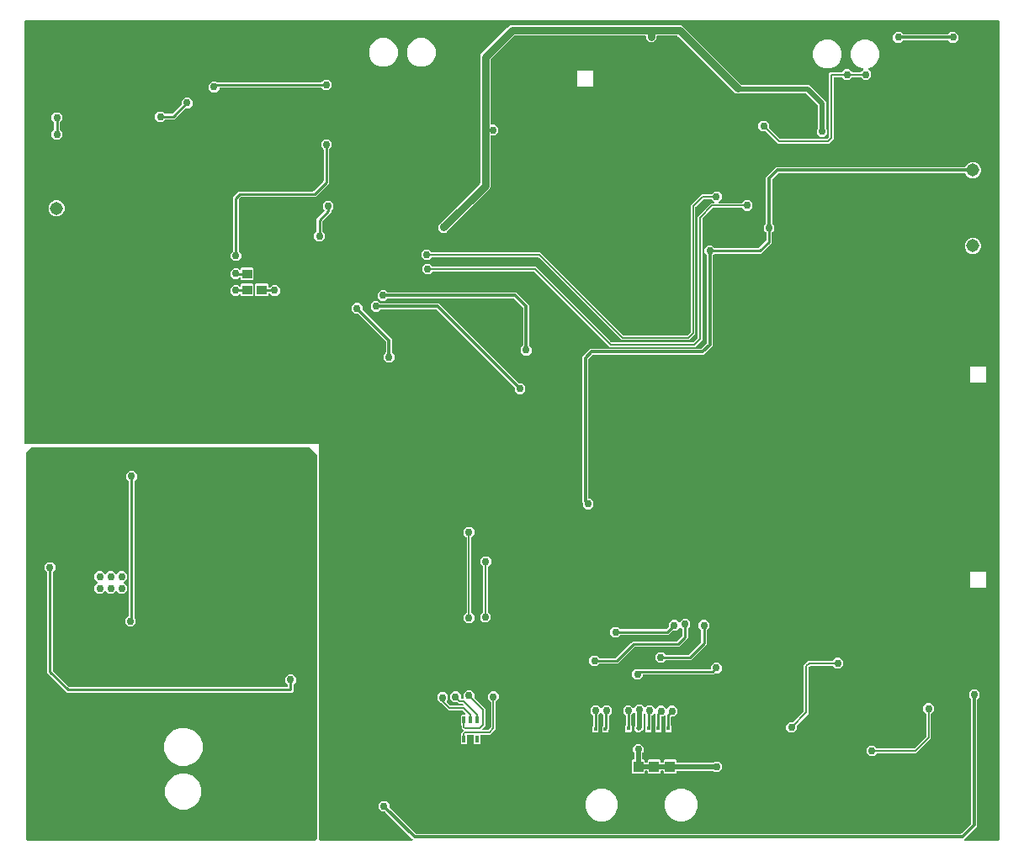
<source format=gbr>
G04 EAGLE Gerber RS-274X export*
G75*
%MOMM*%
%FSLAX34Y34*%
%LPD*%
%INBottom Copper*%
%IPPOS*%
%AMOC8*
5,1,8,0,0,1.08239X$1,22.5*%
G01*
%ADD10R,1.000000X0.970000*%
%ADD11C,1.308000*%
%ADD12R,0.350000X0.800000*%
%ADD13R,0.310000X0.410000*%
%ADD14R,1.000000X1.100000*%
%ADD15C,0.756400*%
%ADD16C,0.254000*%
%ADD17C,0.760000*%
%ADD18C,0.300000*%
%ADD19C,0.600000*%
%ADD20C,0.508000*%
%ADD21C,0.152400*%
%ADD22C,0.200000*%
%ADD23C,0.250000*%
%ADD24C,0.500000*%

G36*
X396325Y10173D02*
X396325Y10173D01*
X396399Y10175D01*
X396445Y10192D01*
X396494Y10200D01*
X396558Y10235D01*
X396627Y10261D01*
X396665Y10292D01*
X396709Y10315D01*
X396759Y10369D01*
X396816Y10416D01*
X396842Y10458D01*
X396876Y10493D01*
X396906Y10560D01*
X396945Y10623D01*
X396956Y10671D01*
X396976Y10716D01*
X396984Y10789D01*
X397000Y10860D01*
X396996Y10909D01*
X397001Y10959D01*
X396984Y11030D01*
X396977Y11103D01*
X396956Y11148D01*
X396945Y11196D01*
X396906Y11259D01*
X396876Y11326D01*
X396830Y11382D01*
X396817Y11404D01*
X396804Y11414D01*
X396783Y11440D01*
X369249Y38974D01*
X369169Y39031D01*
X369094Y39093D01*
X369071Y39101D01*
X369050Y39116D01*
X368957Y39144D01*
X368866Y39179D01*
X368833Y39182D01*
X368817Y39187D01*
X368792Y39186D01*
X368719Y39193D01*
X365802Y39193D01*
X362693Y42302D01*
X362693Y46698D01*
X365802Y49807D01*
X370198Y49807D01*
X373307Y46698D01*
X373307Y43781D01*
X373323Y43685D01*
X373332Y43588D01*
X373342Y43565D01*
X373346Y43540D01*
X373392Y43454D01*
X373433Y43366D01*
X373454Y43340D01*
X373461Y43325D01*
X373480Y43308D01*
X373526Y43251D01*
X399654Y17123D01*
X399734Y17066D01*
X399809Y17005D01*
X399832Y16996D01*
X399853Y16981D01*
X399946Y16953D01*
X400037Y16918D01*
X400070Y16915D01*
X400086Y16910D01*
X400111Y16911D01*
X400184Y16904D01*
X948436Y16904D01*
X948532Y16920D01*
X948629Y16929D01*
X948652Y16939D01*
X948677Y16943D01*
X948763Y16989D01*
X948851Y17030D01*
X948877Y17051D01*
X948892Y17058D01*
X948892Y17059D01*
X948909Y17077D01*
X948966Y17123D01*
X958756Y26913D01*
X958813Y26993D01*
X958875Y27068D01*
X958883Y27091D01*
X958898Y27112D01*
X958926Y27205D01*
X958961Y27296D01*
X958964Y27329D01*
X958969Y27345D01*
X958968Y27370D01*
X958975Y27443D01*
X958975Y152210D01*
X958959Y152306D01*
X958950Y152403D01*
X958940Y152426D01*
X958936Y152450D01*
X958890Y152536D01*
X958849Y152625D01*
X958828Y152651D01*
X958821Y152665D01*
X958802Y152682D01*
X958756Y152739D01*
X956693Y154802D01*
X956693Y159198D01*
X959802Y162307D01*
X964198Y162307D01*
X967307Y159198D01*
X967307Y154802D01*
X965244Y152739D01*
X965187Y152660D01*
X965125Y152585D01*
X965117Y152561D01*
X965102Y152541D01*
X965074Y152448D01*
X965039Y152356D01*
X965036Y152323D01*
X965031Y152307D01*
X965032Y152283D01*
X965025Y152210D01*
X965025Y24627D01*
X963033Y22636D01*
X951837Y11440D01*
X951795Y11380D01*
X951744Y11326D01*
X951724Y11282D01*
X951695Y11241D01*
X951674Y11171D01*
X951644Y11104D01*
X951639Y11055D01*
X951624Y11008D01*
X951627Y10935D01*
X951620Y10861D01*
X951631Y10813D01*
X951632Y10764D01*
X951658Y10695D01*
X951675Y10624D01*
X951701Y10582D01*
X951718Y10536D01*
X951765Y10479D01*
X951804Y10416D01*
X951842Y10385D01*
X951873Y10347D01*
X951935Y10308D01*
X951992Y10261D01*
X952038Y10244D01*
X952080Y10218D01*
X952152Y10201D01*
X952220Y10175D01*
X952293Y10168D01*
X952318Y10162D01*
X952334Y10164D01*
X952367Y10161D01*
X986590Y10161D01*
X986614Y10165D01*
X986639Y10162D01*
X986734Y10184D01*
X986831Y10200D01*
X986852Y10212D01*
X986876Y10218D01*
X986960Y10269D01*
X987046Y10315D01*
X987063Y10333D01*
X987084Y10346D01*
X987146Y10422D01*
X987213Y10493D01*
X987223Y10516D01*
X987239Y10535D01*
X987273Y10626D01*
X987314Y10716D01*
X987316Y10740D01*
X987325Y10763D01*
X987339Y10910D01*
X987339Y835090D01*
X987336Y835112D01*
X987338Y835134D01*
X987337Y835135D01*
X987338Y835139D01*
X987316Y835234D01*
X987300Y835331D01*
X987288Y835352D01*
X987282Y835376D01*
X987231Y835460D01*
X987185Y835546D01*
X987167Y835563D01*
X987154Y835584D01*
X987078Y835646D01*
X987007Y835713D01*
X986984Y835723D01*
X986965Y835739D01*
X986874Y835773D01*
X986784Y835814D01*
X986760Y835816D01*
X986737Y835825D01*
X986590Y835839D01*
X6910Y835839D01*
X6886Y835835D01*
X6861Y835838D01*
X6766Y835816D01*
X6669Y835800D01*
X6648Y835788D01*
X6624Y835782D01*
X6540Y835731D01*
X6454Y835685D01*
X6437Y835667D01*
X6416Y835654D01*
X6354Y835578D01*
X6287Y835507D01*
X6277Y835484D01*
X6261Y835465D01*
X6227Y835374D01*
X6186Y835284D01*
X6184Y835260D01*
X6175Y835237D01*
X6161Y835090D01*
X6161Y410500D01*
X6165Y410476D01*
X6162Y410451D01*
X6184Y410356D01*
X6200Y410259D01*
X6212Y410238D01*
X6218Y410214D01*
X6269Y410130D01*
X6315Y410044D01*
X6333Y410027D01*
X6346Y410006D01*
X6422Y409944D01*
X6493Y409877D01*
X6516Y409867D01*
X6535Y409852D01*
X6626Y409817D01*
X6716Y409776D01*
X6740Y409774D01*
X6763Y409765D01*
X6910Y409751D01*
X302751Y409751D01*
X302751Y10910D01*
X302755Y10886D01*
X302752Y10861D01*
X302775Y10766D01*
X302790Y10669D01*
X302802Y10648D01*
X302808Y10624D01*
X302859Y10540D01*
X302905Y10454D01*
X302923Y10437D01*
X302936Y10416D01*
X303012Y10354D01*
X303084Y10287D01*
X303106Y10277D01*
X303125Y10261D01*
X303216Y10227D01*
X303306Y10186D01*
X303330Y10184D01*
X303353Y10175D01*
X303500Y10161D01*
X396253Y10161D01*
X396325Y10173D01*
G37*
G36*
X299012Y10175D02*
X299012Y10175D01*
X299103Y10183D01*
X299133Y10195D01*
X299165Y10200D01*
X299245Y10243D01*
X299329Y10279D01*
X299361Y10305D01*
X299382Y10316D01*
X299404Y10339D01*
X299460Y10384D01*
X300538Y11462D01*
X300591Y11536D01*
X300651Y11605D01*
X300663Y11635D01*
X300682Y11661D01*
X300709Y11748D01*
X300743Y11833D01*
X300747Y11874D01*
X300754Y11897D01*
X300753Y11929D01*
X300761Y12000D01*
X300761Y398000D01*
X300747Y398090D01*
X300739Y398181D01*
X300727Y398211D01*
X300722Y398243D01*
X300679Y398323D01*
X300643Y398407D01*
X300617Y398439D01*
X300606Y398460D01*
X300583Y398482D01*
X300538Y398538D01*
X293538Y405538D01*
X293464Y405591D01*
X293395Y405651D01*
X293365Y405663D01*
X293339Y405682D01*
X293252Y405709D01*
X293167Y405743D01*
X293126Y405747D01*
X293103Y405754D01*
X293071Y405753D01*
X293000Y405761D01*
X13000Y405761D01*
X12910Y405747D01*
X12819Y405739D01*
X12789Y405727D01*
X12757Y405722D01*
X12677Y405679D01*
X12593Y405643D01*
X12561Y405617D01*
X12540Y405606D01*
X12518Y405583D01*
X12462Y405538D01*
X8462Y401538D01*
X8409Y401464D01*
X8349Y401395D01*
X8337Y401365D01*
X8318Y401339D01*
X8291Y401252D01*
X8257Y401167D01*
X8253Y401126D01*
X8246Y401103D01*
X8247Y401071D01*
X8239Y401000D01*
X8239Y10922D01*
X8242Y10902D01*
X8240Y10883D01*
X8262Y10781D01*
X8279Y10679D01*
X8288Y10662D01*
X8292Y10642D01*
X8345Y10553D01*
X8394Y10462D01*
X8408Y10448D01*
X8418Y10431D01*
X8497Y10364D01*
X8572Y10292D01*
X8590Y10284D01*
X8605Y10271D01*
X8701Y10232D01*
X8795Y10189D01*
X8815Y10187D01*
X8833Y10179D01*
X9000Y10161D01*
X298922Y10161D01*
X299012Y10175D01*
G37*
%LPC*%
G36*
X426984Y622245D02*
X426984Y622245D01*
X426975Y622249D01*
X426902Y622256D01*
X426878Y622262D01*
X426861Y622260D01*
X426828Y622263D01*
X425882Y622263D01*
X425213Y622933D01*
X425153Y622975D01*
X425099Y623025D01*
X425088Y623031D01*
X423540Y624579D01*
X423536Y624588D01*
X423489Y624645D01*
X423476Y624666D01*
X423464Y624677D01*
X423443Y624703D01*
X422773Y625372D01*
X422773Y626318D01*
X422761Y626391D01*
X422759Y626464D01*
X422755Y626476D01*
X422755Y628666D01*
X422759Y628675D01*
X422766Y628748D01*
X422772Y628772D01*
X422770Y628789D01*
X422773Y628822D01*
X422773Y629768D01*
X423443Y630437D01*
X423485Y630497D01*
X423535Y630551D01*
X423541Y630562D01*
X464456Y671476D01*
X464513Y671556D01*
X464575Y671631D01*
X464583Y671654D01*
X464598Y671674D01*
X464626Y671768D01*
X464661Y671859D01*
X464664Y671892D01*
X464669Y671908D01*
X464668Y671933D01*
X464675Y672006D01*
X464675Y800059D01*
X465486Y802016D01*
X492381Y828911D01*
X493984Y830514D01*
X495941Y831325D01*
X666559Y831325D01*
X668516Y830514D01*
X727746Y771284D01*
X727826Y771227D01*
X727901Y771165D01*
X727924Y771157D01*
X727944Y771142D01*
X728038Y771114D01*
X728129Y771079D01*
X728162Y771076D01*
X728178Y771071D01*
X728203Y771072D01*
X728276Y771065D01*
X796184Y771065D01*
X813065Y754184D01*
X813065Y727750D01*
X813081Y727654D01*
X813090Y727557D01*
X813100Y727534D01*
X813104Y727510D01*
X813150Y727424D01*
X813191Y727335D01*
X813212Y727309D01*
X813219Y727295D01*
X813238Y727278D01*
X813284Y727221D01*
X814307Y726198D01*
X814307Y721802D01*
X811198Y718693D01*
X806802Y718693D01*
X803693Y721802D01*
X803693Y726198D01*
X804716Y727221D01*
X804773Y727300D01*
X804835Y727375D01*
X804843Y727399D01*
X804858Y727419D01*
X804886Y727512D01*
X804921Y727604D01*
X804924Y727637D01*
X804929Y727653D01*
X804928Y727677D01*
X804935Y727750D01*
X804935Y750506D01*
X804919Y750602D01*
X804910Y750699D01*
X804900Y750722D01*
X804896Y750747D01*
X804850Y750833D01*
X804809Y750922D01*
X804788Y750947D01*
X804781Y750962D01*
X804762Y750979D01*
X804716Y751036D01*
X793036Y762716D01*
X792956Y762773D01*
X792881Y762835D01*
X792858Y762843D01*
X792837Y762858D01*
X792744Y762886D01*
X792653Y762921D01*
X792620Y762924D01*
X792604Y762929D01*
X792579Y762928D01*
X792506Y762935D01*
X727250Y762935D01*
X727154Y762919D01*
X727057Y762910D01*
X727034Y762900D01*
X727010Y762896D01*
X726924Y762850D01*
X726835Y762809D01*
X726809Y762788D01*
X726795Y762781D01*
X726778Y762762D01*
X726721Y762716D01*
X726198Y762193D01*
X725252Y762193D01*
X725179Y762181D01*
X725106Y762179D01*
X725094Y762175D01*
X722904Y762175D01*
X722895Y762179D01*
X722822Y762186D01*
X722798Y762192D01*
X722781Y762190D01*
X722748Y762193D01*
X721802Y762193D01*
X721133Y762863D01*
X721073Y762905D01*
X721019Y762955D01*
X721008Y762961D01*
X663514Y820456D01*
X663434Y820513D01*
X663359Y820575D01*
X663336Y820583D01*
X663316Y820598D01*
X663222Y820626D01*
X663131Y820661D01*
X663098Y820664D01*
X663082Y820669D01*
X663057Y820668D01*
X662984Y820675D01*
X643074Y820675D01*
X643050Y820671D01*
X643025Y820674D01*
X642930Y820652D01*
X642833Y820636D01*
X642812Y820624D01*
X642788Y820618D01*
X642704Y820567D01*
X642618Y820521D01*
X642601Y820503D01*
X642580Y820490D01*
X642518Y820414D01*
X642451Y820343D01*
X642441Y820320D01*
X642425Y820301D01*
X642391Y820210D01*
X642350Y820120D01*
X642348Y820096D01*
X642339Y820073D01*
X642325Y819926D01*
X642325Y818404D01*
X642321Y818395D01*
X642314Y818322D01*
X642308Y818298D01*
X642310Y818281D01*
X642307Y818248D01*
X642307Y817302D01*
X641637Y816633D01*
X641595Y816573D01*
X641545Y816519D01*
X641539Y816508D01*
X639991Y814960D01*
X639982Y814956D01*
X639925Y814909D01*
X639904Y814896D01*
X639893Y814884D01*
X639867Y814863D01*
X639198Y814193D01*
X638252Y814193D01*
X638179Y814181D01*
X638106Y814179D01*
X638094Y814175D01*
X635904Y814175D01*
X635895Y814179D01*
X635822Y814186D01*
X635798Y814192D01*
X635781Y814190D01*
X635748Y814193D01*
X634802Y814193D01*
X634133Y814863D01*
X634073Y814905D01*
X634019Y814955D01*
X634008Y814961D01*
X632460Y816509D01*
X632456Y816518D01*
X632409Y816575D01*
X632396Y816596D01*
X632384Y816607D01*
X632363Y816633D01*
X631693Y817302D01*
X631693Y818248D01*
X631681Y818321D01*
X631679Y818394D01*
X631675Y818406D01*
X631675Y819926D01*
X631671Y819950D01*
X631674Y819975D01*
X631652Y820070D01*
X631636Y820167D01*
X631624Y820188D01*
X631618Y820212D01*
X631567Y820296D01*
X631521Y820382D01*
X631503Y820399D01*
X631490Y820420D01*
X631414Y820482D01*
X631343Y820549D01*
X631320Y820559D01*
X631301Y820575D01*
X631210Y820609D01*
X631120Y820650D01*
X631096Y820652D01*
X631073Y820661D01*
X630926Y820675D01*
X499516Y820675D01*
X499420Y820659D01*
X499323Y820650D01*
X499300Y820640D01*
X499275Y820636D01*
X499189Y820590D01*
X499100Y820549D01*
X499075Y820528D01*
X499060Y820521D01*
X499043Y820502D01*
X498986Y820456D01*
X475544Y797014D01*
X475487Y796934D01*
X475425Y796859D01*
X475417Y796836D01*
X475402Y796816D01*
X475374Y796722D01*
X475339Y796631D01*
X475336Y796598D01*
X475331Y796582D01*
X475332Y796557D01*
X475325Y796484D01*
X475325Y731556D01*
X475329Y731532D01*
X475326Y731507D01*
X475348Y731412D01*
X475364Y731315D01*
X475376Y731294D01*
X475382Y731270D01*
X475433Y731186D01*
X475479Y731100D01*
X475497Y731083D01*
X475510Y731062D01*
X475586Y731000D01*
X475657Y730933D01*
X475680Y730923D01*
X475699Y730907D01*
X475790Y730873D01*
X475880Y730832D01*
X475904Y730830D01*
X475927Y730821D01*
X476074Y730807D01*
X479698Y730807D01*
X482807Y727698D01*
X482807Y723302D01*
X479698Y720193D01*
X476074Y720193D01*
X476050Y720189D01*
X476025Y720192D01*
X475930Y720170D01*
X475833Y720154D01*
X475812Y720142D01*
X475788Y720136D01*
X475704Y720085D01*
X475618Y720039D01*
X475601Y720021D01*
X475580Y720008D01*
X475518Y719932D01*
X475451Y719861D01*
X475441Y719838D01*
X475425Y719819D01*
X475391Y719728D01*
X475350Y719638D01*
X475348Y719614D01*
X475339Y719591D01*
X475325Y719444D01*
X475325Y668431D01*
X474514Y666474D01*
X431071Y623030D01*
X431062Y623026D01*
X431005Y622979D01*
X430984Y622966D01*
X430973Y622954D01*
X430947Y622933D01*
X430278Y622263D01*
X429332Y622263D01*
X429259Y622251D01*
X429186Y622249D01*
X429174Y622245D01*
X426984Y622245D01*
G37*
%LPD*%
%LPC*%
G36*
X595053Y507213D02*
X595053Y507213D01*
X519272Y582994D01*
X519193Y583051D01*
X519118Y583113D01*
X519094Y583121D01*
X519074Y583136D01*
X518981Y583164D01*
X518889Y583199D01*
X518856Y583202D01*
X518840Y583207D01*
X518816Y583206D01*
X518742Y583213D01*
X417528Y583213D01*
X417432Y583197D01*
X417335Y583188D01*
X417312Y583178D01*
X417288Y583174D01*
X417202Y583128D01*
X417113Y583087D01*
X417087Y583066D01*
X417073Y583059D01*
X417056Y583040D01*
X416999Y582994D01*
X414198Y580193D01*
X409802Y580193D01*
X406693Y583302D01*
X406693Y587698D01*
X409802Y590807D01*
X414198Y590807D01*
X416999Y588006D01*
X417078Y587949D01*
X417153Y587887D01*
X417177Y587879D01*
X417197Y587864D01*
X417290Y587836D01*
X417382Y587801D01*
X417415Y587798D01*
X417431Y587793D01*
X417455Y587794D01*
X417528Y587787D01*
X520947Y587787D01*
X596728Y512006D01*
X596807Y511949D01*
X596882Y511887D01*
X596906Y511879D01*
X596926Y511864D01*
X597019Y511836D01*
X597111Y511801D01*
X597144Y511798D01*
X597160Y511793D01*
X597184Y511794D01*
X597258Y511787D01*
X678572Y511787D01*
X678669Y511803D01*
X678766Y511812D01*
X678788Y511822D01*
X678813Y511826D01*
X678899Y511872D01*
X678988Y511913D01*
X679014Y511934D01*
X679028Y511941D01*
X679045Y511960D01*
X679102Y512006D01*
X683494Y516398D01*
X683551Y516477D01*
X683613Y516552D01*
X683621Y516576D01*
X683636Y516596D01*
X683664Y516689D01*
X683699Y516781D01*
X683702Y516814D01*
X683707Y516830D01*
X683706Y516854D01*
X683713Y516928D01*
X683713Y638447D01*
X697053Y651787D01*
X699900Y651787D01*
X699972Y651799D01*
X700045Y651801D01*
X700092Y651818D01*
X700140Y651826D01*
X700205Y651861D01*
X700274Y651887D01*
X700312Y651918D01*
X700356Y651941D01*
X700406Y651995D01*
X700463Y652042D01*
X700489Y652083D01*
X700522Y652119D01*
X700553Y652186D01*
X700592Y652249D01*
X700603Y652297D01*
X700623Y652342D01*
X700630Y652415D01*
X700647Y652486D01*
X700642Y652535D01*
X700647Y652585D01*
X700631Y652656D01*
X700623Y652729D01*
X700603Y652774D01*
X700592Y652822D01*
X700553Y652885D01*
X700523Y652952D01*
X700476Y653008D01*
X700463Y653030D01*
X700450Y653040D01*
X700429Y653066D01*
X697501Y655994D01*
X697422Y656051D01*
X697347Y656113D01*
X697323Y656121D01*
X697303Y656136D01*
X697210Y656164D01*
X697118Y656199D01*
X697085Y656202D01*
X697069Y656207D01*
X697045Y656206D01*
X696972Y656213D01*
X689758Y656213D01*
X689661Y656197D01*
X689564Y656188D01*
X689542Y656178D01*
X689517Y656174D01*
X689431Y656128D01*
X689342Y656087D01*
X689316Y656066D01*
X689302Y656059D01*
X689285Y656040D01*
X689228Y655994D01*
X681506Y648272D01*
X681457Y648204D01*
X681443Y648189D01*
X681440Y648181D01*
X681387Y648118D01*
X681379Y648094D01*
X681364Y648074D01*
X681336Y647981D01*
X681301Y647889D01*
X681298Y647856D01*
X681293Y647840D01*
X681294Y647816D01*
X681287Y647742D01*
X681287Y520553D01*
X674947Y514213D01*
X607053Y514213D01*
X523772Y597494D01*
X523693Y597551D01*
X523618Y597613D01*
X523594Y597621D01*
X523574Y597636D01*
X523481Y597664D01*
X523389Y597699D01*
X523356Y597702D01*
X523340Y597707D01*
X523316Y597706D01*
X523242Y597713D01*
X416528Y597713D01*
X416432Y597697D01*
X416335Y597688D01*
X416312Y597678D01*
X416288Y597674D01*
X416202Y597628D01*
X416113Y597587D01*
X416087Y597566D01*
X416073Y597559D01*
X416056Y597540D01*
X415999Y597494D01*
X413198Y594693D01*
X408802Y594693D01*
X405693Y597802D01*
X405693Y602198D01*
X408802Y605307D01*
X413198Y605307D01*
X415999Y602506D01*
X416078Y602449D01*
X416153Y602387D01*
X416177Y602379D01*
X416197Y602364D01*
X416290Y602336D01*
X416382Y602301D01*
X416415Y602298D01*
X416431Y602293D01*
X416455Y602294D01*
X416528Y602287D01*
X525447Y602287D01*
X608728Y519006D01*
X608807Y518949D01*
X608882Y518887D01*
X608906Y518879D01*
X608926Y518864D01*
X609019Y518836D01*
X609111Y518801D01*
X609144Y518798D01*
X609160Y518793D01*
X609184Y518794D01*
X609258Y518787D01*
X672742Y518787D01*
X672839Y518803D01*
X672936Y518812D01*
X672958Y518822D01*
X672983Y518826D01*
X673069Y518872D01*
X673158Y518913D01*
X673184Y518934D01*
X673198Y518941D01*
X673215Y518960D01*
X673272Y519006D01*
X676494Y522228D01*
X676551Y522307D01*
X676613Y522382D01*
X676621Y522406D01*
X676636Y522426D01*
X676664Y522519D01*
X676699Y522611D01*
X676702Y522644D01*
X676707Y522660D01*
X676706Y522684D01*
X676713Y522758D01*
X676713Y649947D01*
X687553Y660787D01*
X696972Y660787D01*
X697068Y660803D01*
X697165Y660812D01*
X697188Y660822D01*
X697212Y660826D01*
X697298Y660872D01*
X697387Y660913D01*
X697413Y660934D01*
X697427Y660941D01*
X697444Y660960D01*
X697501Y661006D01*
X700302Y663807D01*
X704698Y663807D01*
X707807Y660698D01*
X707807Y656302D01*
X704571Y653066D01*
X704528Y653006D01*
X704478Y652952D01*
X704457Y652908D01*
X704428Y652867D01*
X704407Y652797D01*
X704377Y652730D01*
X704372Y652681D01*
X704358Y652634D01*
X704360Y652561D01*
X704353Y652487D01*
X704364Y652439D01*
X704366Y652390D01*
X704391Y652321D01*
X704408Y652250D01*
X704434Y652208D01*
X704451Y652162D01*
X704498Y652105D01*
X704537Y652042D01*
X704575Y652011D01*
X704606Y651973D01*
X704668Y651934D01*
X704725Y651887D01*
X704771Y651870D01*
X704813Y651844D01*
X704885Y651827D01*
X704953Y651801D01*
X705027Y651794D01*
X705051Y651788D01*
X705067Y651790D01*
X705100Y651787D01*
X727972Y651787D01*
X728068Y651803D01*
X728165Y651812D01*
X728188Y651822D01*
X728212Y651826D01*
X728298Y651872D01*
X728387Y651913D01*
X728413Y651934D01*
X728427Y651941D01*
X728444Y651960D01*
X728501Y652006D01*
X731302Y654807D01*
X735698Y654807D01*
X738807Y651698D01*
X738807Y647302D01*
X735698Y644193D01*
X731302Y644193D01*
X728501Y646994D01*
X728422Y647051D01*
X728347Y647113D01*
X728323Y647121D01*
X728303Y647136D01*
X728210Y647164D01*
X728118Y647199D01*
X728085Y647202D01*
X728069Y647207D01*
X728045Y647206D01*
X727972Y647213D01*
X699258Y647213D01*
X699161Y647197D01*
X699064Y647188D01*
X699042Y647178D01*
X699017Y647174D01*
X698931Y647128D01*
X698842Y647087D01*
X698816Y647066D01*
X698802Y647059D01*
X698785Y647040D01*
X698728Y646994D01*
X688506Y636772D01*
X688449Y636693D01*
X688387Y636618D01*
X688379Y636594D01*
X688364Y636574D01*
X688336Y636481D01*
X688301Y636389D01*
X688298Y636356D01*
X688293Y636340D01*
X688294Y636316D01*
X688287Y636242D01*
X688287Y514723D01*
X680777Y507213D01*
X595053Y507213D01*
G37*
%LPD*%
%LPC*%
G36*
X571302Y343693D02*
X571302Y343693D01*
X568193Y346802D01*
X568193Y349719D01*
X568177Y349815D01*
X568168Y349912D01*
X568158Y349935D01*
X568154Y349960D01*
X568108Y350046D01*
X568067Y350134D01*
X568046Y350160D01*
X568039Y350175D01*
X568020Y350192D01*
X567974Y350249D01*
X567475Y350747D01*
X567475Y497253D01*
X575747Y505525D01*
X687437Y505525D01*
X687533Y505541D01*
X687630Y505550D01*
X687653Y505560D01*
X687678Y505564D01*
X687764Y505610D01*
X687852Y505651D01*
X687878Y505672D01*
X687893Y505679D01*
X687910Y505698D01*
X687967Y505744D01*
X692756Y510533D01*
X692813Y510613D01*
X692875Y510688D01*
X692883Y510711D01*
X692898Y510732D01*
X692926Y510825D01*
X692961Y510916D01*
X692964Y510949D01*
X692969Y510965D01*
X692968Y510990D01*
X692975Y511063D01*
X692975Y599210D01*
X692959Y599306D01*
X692950Y599403D01*
X692940Y599426D01*
X692936Y599450D01*
X692890Y599536D01*
X692849Y599625D01*
X692828Y599651D01*
X692821Y599665D01*
X692802Y599682D01*
X692756Y599739D01*
X690693Y601802D01*
X690693Y606198D01*
X693802Y609307D01*
X698198Y609307D01*
X700511Y606994D01*
X700590Y606937D01*
X700665Y606875D01*
X700689Y606867D01*
X700709Y606852D01*
X700802Y606824D01*
X700894Y606789D01*
X700927Y606786D01*
X700943Y606781D01*
X700967Y606782D01*
X701040Y606775D01*
X745040Y606775D01*
X745137Y606791D01*
X745234Y606800D01*
X745256Y606810D01*
X745281Y606814D01*
X745367Y606860D01*
X745456Y606901D01*
X745482Y606922D01*
X745496Y606929D01*
X745513Y606948D01*
X745570Y606994D01*
X752506Y613930D01*
X752563Y614009D01*
X752625Y614084D01*
X752633Y614108D01*
X752648Y614128D01*
X752676Y614222D01*
X752711Y614313D01*
X752714Y614346D01*
X752719Y614362D01*
X752718Y614387D01*
X752725Y614460D01*
X752725Y621960D01*
X752709Y622056D01*
X752700Y622153D01*
X752690Y622176D01*
X752686Y622200D01*
X752640Y622286D01*
X752599Y622375D01*
X752578Y622401D01*
X752571Y622416D01*
X752552Y622433D01*
X752506Y622489D01*
X750193Y624802D01*
X750193Y629198D01*
X752256Y631261D01*
X752313Y631340D01*
X752375Y631415D01*
X752383Y631439D01*
X752398Y631459D01*
X752426Y631552D01*
X752461Y631643D01*
X752464Y631676D01*
X752469Y631692D01*
X752468Y631717D01*
X752475Y631790D01*
X752475Y678253D01*
X762347Y688125D01*
X952523Y688125D01*
X952653Y688146D01*
X952763Y688164D01*
X952764Y688164D01*
X952863Y688217D01*
X952979Y688279D01*
X953057Y688363D01*
X953146Y688457D01*
X953146Y688458D01*
X953215Y688587D01*
X953663Y689668D01*
X955932Y691937D01*
X958896Y693165D01*
X962104Y693165D01*
X965068Y691937D01*
X967337Y689668D01*
X968565Y686704D01*
X968565Y683496D01*
X967337Y680532D01*
X965068Y678263D01*
X962104Y677035D01*
X958896Y677035D01*
X955932Y678263D01*
X953663Y680532D01*
X953215Y681613D01*
X953161Y681700D01*
X953087Y681820D01*
X953086Y681820D01*
X953002Y681889D01*
X952898Y681975D01*
X952765Y682025D01*
X952670Y682061D01*
X952669Y682061D01*
X952668Y682061D01*
X952523Y682075D01*
X765163Y682075D01*
X765067Y682059D01*
X764970Y682050D01*
X764947Y682040D01*
X764922Y682036D01*
X764836Y681990D01*
X764748Y681949D01*
X764722Y681928D01*
X764707Y681921D01*
X764690Y681902D01*
X764633Y681856D01*
X758744Y675967D01*
X758687Y675887D01*
X758625Y675812D01*
X758617Y675789D01*
X758602Y675768D01*
X758574Y675675D01*
X758539Y675584D01*
X758536Y675551D01*
X758531Y675535D01*
X758532Y675510D01*
X758525Y675437D01*
X758525Y631790D01*
X758541Y631694D01*
X758550Y631597D01*
X758560Y631574D01*
X758564Y631550D01*
X758610Y631464D01*
X758651Y631375D01*
X758672Y631349D01*
X758679Y631334D01*
X758698Y631317D01*
X758744Y631261D01*
X760807Y629198D01*
X760807Y624802D01*
X758494Y622489D01*
X758437Y622410D01*
X758375Y622335D01*
X758367Y622311D01*
X758352Y622291D01*
X758324Y622198D01*
X758289Y622107D01*
X758286Y622074D01*
X758281Y622058D01*
X758282Y622033D01*
X758275Y621960D01*
X758275Y611851D01*
X747649Y601225D01*
X701040Y601225D01*
X700944Y601209D01*
X700847Y601200D01*
X700824Y601190D01*
X700800Y601186D01*
X700714Y601140D01*
X700625Y601099D01*
X700599Y601078D01*
X700585Y601071D01*
X700568Y601052D01*
X700511Y601006D01*
X699244Y599739D01*
X699187Y599660D01*
X699125Y599585D01*
X699117Y599561D01*
X699102Y599541D01*
X699074Y599448D01*
X699039Y599356D01*
X699036Y599323D01*
X699031Y599307D01*
X699032Y599283D01*
X699025Y599210D01*
X699025Y508247D01*
X690253Y499475D01*
X578563Y499475D01*
X578467Y499459D01*
X578370Y499450D01*
X578347Y499440D01*
X578322Y499436D01*
X578236Y499390D01*
X578148Y499349D01*
X578122Y499328D01*
X578107Y499321D01*
X578090Y499302D01*
X578033Y499256D01*
X573744Y494967D01*
X573687Y494887D01*
X573625Y494812D01*
X573617Y494789D01*
X573602Y494768D01*
X573574Y494675D01*
X573539Y494584D01*
X573536Y494551D01*
X573531Y494535D01*
X573532Y494510D01*
X573525Y494437D01*
X573525Y355056D01*
X573529Y355032D01*
X573526Y355007D01*
X573548Y354912D01*
X573564Y354815D01*
X573576Y354794D01*
X573582Y354770D01*
X573633Y354686D01*
X573679Y354600D01*
X573697Y354583D01*
X573710Y354562D01*
X573786Y354500D01*
X573857Y354433D01*
X573880Y354423D01*
X573899Y354407D01*
X573990Y354373D01*
X574080Y354332D01*
X574104Y354330D01*
X574127Y354321D01*
X574274Y354307D01*
X575698Y354307D01*
X578807Y351198D01*
X578807Y346802D01*
X575698Y343693D01*
X571302Y343693D01*
G37*
%LPD*%
%LPC*%
G36*
X48842Y159205D02*
X48842Y159205D01*
X29205Y178842D01*
X29205Y279975D01*
X29191Y280065D01*
X29183Y280156D01*
X29171Y280185D01*
X29166Y280217D01*
X29123Y280298D01*
X29087Y280382D01*
X29061Y280414D01*
X29050Y280435D01*
X29027Y280457D01*
X28982Y280513D01*
X26693Y282802D01*
X26693Y287198D01*
X29802Y290307D01*
X34198Y290307D01*
X37307Y287198D01*
X37307Y282802D01*
X35018Y280513D01*
X34965Y280439D01*
X34905Y280369D01*
X34893Y280339D01*
X34874Y280313D01*
X34847Y280226D01*
X34813Y280141D01*
X34809Y280100D01*
X34802Y280078D01*
X34803Y280046D01*
X34795Y279975D01*
X34795Y181473D01*
X34809Y181383D01*
X34817Y181292D01*
X34829Y181262D01*
X34834Y181230D01*
X34877Y181150D01*
X34913Y181066D01*
X34939Y181034D01*
X34950Y181013D01*
X34973Y180991D01*
X35018Y180935D01*
X50935Y165018D01*
X51009Y164965D01*
X51078Y164905D01*
X51108Y164893D01*
X51134Y164874D01*
X51221Y164847D01*
X51306Y164813D01*
X51347Y164809D01*
X51369Y164802D01*
X51402Y164803D01*
X51473Y164795D01*
X270444Y164795D01*
X270464Y164798D01*
X270483Y164796D01*
X270585Y164818D01*
X270687Y164834D01*
X270704Y164844D01*
X270724Y164848D01*
X270813Y164901D01*
X270904Y164950D01*
X270918Y164964D01*
X270935Y164974D01*
X271002Y165053D01*
X271074Y165128D01*
X271082Y165146D01*
X271095Y165161D01*
X271134Y165257D01*
X271177Y165351D01*
X271179Y165371D01*
X271187Y165389D01*
X271205Y165556D01*
X271205Y166975D01*
X271200Y167009D01*
X271201Y167018D01*
X271191Y167061D01*
X271191Y167065D01*
X271183Y167156D01*
X271171Y167185D01*
X271166Y167217D01*
X271151Y167244D01*
X271148Y167258D01*
X271119Y167307D01*
X271087Y167382D01*
X271061Y167414D01*
X271050Y167435D01*
X271033Y167452D01*
X271022Y167469D01*
X271007Y167482D01*
X270982Y167513D01*
X268693Y169802D01*
X268693Y174198D01*
X271802Y177307D01*
X276198Y177307D01*
X279307Y174198D01*
X279307Y169802D01*
X277018Y167513D01*
X276975Y167454D01*
X276930Y167406D01*
X276922Y167390D01*
X276905Y167369D01*
X276893Y167339D01*
X276874Y167313D01*
X276849Y167232D01*
X276827Y167183D01*
X276825Y167171D01*
X276813Y167141D01*
X276809Y167100D01*
X276802Y167078D01*
X276803Y167046D01*
X276795Y166975D01*
X276795Y160842D01*
X275158Y159205D01*
X48842Y159205D01*
G37*
%LPD*%
%LPC*%
G36*
X764454Y711475D02*
X764454Y711475D01*
X751956Y723974D01*
X751876Y724031D01*
X751801Y724093D01*
X751778Y724101D01*
X751757Y724116D01*
X751664Y724144D01*
X751573Y724179D01*
X751540Y724182D01*
X751524Y724187D01*
X751499Y724186D01*
X751426Y724193D01*
X747802Y724193D01*
X744693Y727302D01*
X744693Y731698D01*
X747802Y734807D01*
X752198Y734807D01*
X755307Y731698D01*
X755307Y728074D01*
X755323Y727978D01*
X755332Y727881D01*
X755342Y727858D01*
X755346Y727833D01*
X755392Y727747D01*
X755433Y727659D01*
X755454Y727633D01*
X755461Y727618D01*
X755480Y727601D01*
X755526Y727544D01*
X766326Y716744D01*
X766406Y716687D01*
X766481Y716625D01*
X766504Y716617D01*
X766525Y716602D01*
X766618Y716574D01*
X766709Y716539D01*
X766742Y716536D01*
X766758Y716531D01*
X766783Y716532D01*
X766856Y716525D01*
X813144Y716525D01*
X813240Y716541D01*
X813337Y716550D01*
X813360Y716560D01*
X813385Y716564D01*
X813471Y716610D01*
X813559Y716651D01*
X813585Y716672D01*
X813600Y716679D01*
X813617Y716698D01*
X813674Y716744D01*
X815756Y718826D01*
X815813Y718906D01*
X815875Y718981D01*
X815883Y719004D01*
X815898Y719025D01*
X815926Y719118D01*
X815961Y719209D01*
X815964Y719242D01*
X815969Y719258D01*
X815968Y719283D01*
X815975Y719356D01*
X815975Y782546D01*
X817454Y784025D01*
X828710Y784025D01*
X828806Y784041D01*
X828903Y784050D01*
X828926Y784060D01*
X828950Y784064D01*
X829036Y784110D01*
X829125Y784151D01*
X829151Y784172D01*
X829165Y784179D01*
X829182Y784198D01*
X829239Y784244D01*
X831802Y786807D01*
X836198Y786807D01*
X838761Y784244D01*
X838840Y784187D01*
X838915Y784125D01*
X838939Y784117D01*
X838959Y784102D01*
X839052Y784074D01*
X839144Y784039D01*
X839177Y784036D01*
X839193Y784031D01*
X839217Y784032D01*
X839290Y784025D01*
X847710Y784025D01*
X847806Y784041D01*
X847903Y784050D01*
X847926Y784060D01*
X847950Y784064D01*
X848036Y784110D01*
X848125Y784151D01*
X848151Y784172D01*
X848165Y784179D01*
X848183Y784198D01*
X848239Y784244D01*
X850305Y786310D01*
X850348Y786370D01*
X850398Y786424D01*
X850419Y786468D01*
X850448Y786509D01*
X850469Y786579D01*
X850499Y786646D01*
X850504Y786695D01*
X850518Y786742D01*
X850516Y786815D01*
X850523Y786889D01*
X850512Y786937D01*
X850510Y786986D01*
X850485Y787055D01*
X850468Y787126D01*
X850442Y787168D01*
X850425Y787214D01*
X850378Y787271D01*
X850339Y787334D01*
X850301Y787365D01*
X850270Y787403D01*
X850208Y787442D01*
X850151Y787489D01*
X850105Y787506D01*
X850063Y787532D01*
X849991Y787549D01*
X849923Y787575D01*
X849849Y787582D01*
X849825Y787588D01*
X849809Y787586D01*
X849776Y787589D01*
X849134Y787589D01*
X843837Y789783D01*
X839783Y793837D01*
X837589Y799134D01*
X837589Y804866D01*
X839783Y810163D01*
X843837Y814217D01*
X849134Y816411D01*
X854866Y816411D01*
X860163Y814217D01*
X864217Y810163D01*
X866411Y804866D01*
X866411Y799134D01*
X864217Y793837D01*
X860163Y789783D01*
X855584Y787886D01*
X855542Y787860D01*
X855496Y787843D01*
X855439Y787796D01*
X855376Y787757D01*
X855345Y787720D01*
X855307Y787688D01*
X855268Y787626D01*
X855222Y787569D01*
X855204Y787523D01*
X855178Y787481D01*
X855162Y787410D01*
X855136Y787341D01*
X855134Y787291D01*
X855123Y787244D01*
X855130Y787170D01*
X855127Y787097D01*
X855142Y787050D01*
X855146Y787001D01*
X855177Y786934D01*
X855198Y786863D01*
X855227Y786823D01*
X855247Y786779D01*
X855340Y786665D01*
X855341Y786664D01*
X858307Y783698D01*
X858307Y779302D01*
X855198Y776193D01*
X850802Y776193D01*
X848239Y778756D01*
X848160Y778813D01*
X848085Y778875D01*
X848061Y778883D01*
X848041Y778898D01*
X847948Y778926D01*
X847856Y778961D01*
X847823Y778964D01*
X847807Y778969D01*
X847783Y778968D01*
X847710Y778975D01*
X839290Y778975D01*
X839194Y778959D01*
X839097Y778950D01*
X839074Y778940D01*
X839050Y778936D01*
X838964Y778890D01*
X838875Y778849D01*
X838849Y778828D01*
X838835Y778821D01*
X838818Y778802D01*
X838761Y778756D01*
X836198Y776193D01*
X831802Y776193D01*
X829239Y778756D01*
X829160Y778813D01*
X829085Y778875D01*
X829061Y778883D01*
X829041Y778898D01*
X828948Y778926D01*
X828856Y778961D01*
X828823Y778964D01*
X828807Y778969D01*
X828783Y778968D01*
X828710Y778975D01*
X821774Y778975D01*
X821750Y778971D01*
X821725Y778974D01*
X821630Y778952D01*
X821533Y778936D01*
X821512Y778924D01*
X821488Y778918D01*
X821404Y778867D01*
X821318Y778821D01*
X821301Y778803D01*
X821280Y778790D01*
X821218Y778714D01*
X821151Y778643D01*
X821141Y778620D01*
X821125Y778601D01*
X821091Y778510D01*
X821050Y778420D01*
X821048Y778396D01*
X821039Y778373D01*
X821025Y778226D01*
X821025Y716954D01*
X815546Y711475D01*
X764454Y711475D01*
G37*
%LPD*%
%LPC*%
G36*
X446118Y106975D02*
X446118Y106975D01*
X445225Y107868D01*
X445225Y117132D01*
X445994Y117900D01*
X446051Y117980D01*
X446113Y118055D01*
X446121Y118078D01*
X446136Y118098D01*
X446164Y118192D01*
X446199Y118283D01*
X446202Y118316D01*
X446207Y118332D01*
X446206Y118357D01*
X446213Y118430D01*
X446213Y118947D01*
X446994Y119728D01*
X447986Y120720D01*
X448001Y120740D01*
X448019Y120756D01*
X448071Y120839D01*
X448128Y120919D01*
X448136Y120942D01*
X448148Y120963D01*
X448171Y121058D01*
X448199Y121152D01*
X448199Y121176D01*
X448204Y121200D01*
X448195Y121298D01*
X448191Y121396D01*
X448183Y121419D01*
X448180Y121443D01*
X448140Y121533D01*
X448106Y121624D01*
X448090Y121643D01*
X448080Y121666D01*
X447986Y121780D01*
X446213Y123553D01*
X446213Y125570D01*
X446211Y125585D01*
X446212Y125594D01*
X446204Y125629D01*
X446197Y125666D01*
X446188Y125763D01*
X446178Y125786D01*
X446174Y125811D01*
X446128Y125897D01*
X446087Y125986D01*
X446066Y126011D01*
X446059Y126026D01*
X446040Y126043D01*
X445994Y126100D01*
X445225Y126868D01*
X445225Y136132D01*
X446118Y137025D01*
X449433Y137025D01*
X449505Y137037D01*
X449578Y137039D01*
X449625Y137056D01*
X449673Y137064D01*
X449738Y137099D01*
X449807Y137125D01*
X449845Y137156D01*
X449888Y137179D01*
X449939Y137233D01*
X449996Y137280D01*
X450022Y137322D01*
X450055Y137357D01*
X450086Y137424D01*
X450125Y137487D01*
X450136Y137535D01*
X450156Y137580D01*
X450163Y137653D01*
X450180Y137724D01*
X450175Y137773D01*
X450180Y137823D01*
X450164Y137894D01*
X450156Y137967D01*
X450136Y138012D01*
X450125Y138060D01*
X450086Y138123D01*
X450056Y138190D01*
X450009Y138246D01*
X449996Y138268D01*
X449983Y138278D01*
X449962Y138304D01*
X447272Y140994D01*
X447193Y141051D01*
X447118Y141113D01*
X447094Y141121D01*
X447074Y141136D01*
X446981Y141164D01*
X446889Y141199D01*
X446856Y141202D01*
X446840Y141207D01*
X446816Y141206D01*
X446742Y141213D01*
X433053Y141213D01*
X425792Y148474D01*
X425713Y148531D01*
X425638Y148593D01*
X425614Y148601D01*
X425594Y148616D01*
X425501Y148644D01*
X425409Y148679D01*
X425376Y148682D01*
X425360Y148687D01*
X425336Y148686D01*
X425262Y148693D01*
X424802Y148693D01*
X421693Y151802D01*
X421693Y156198D01*
X424802Y159307D01*
X429198Y159307D01*
X432307Y156198D01*
X432307Y151802D01*
X431149Y150644D01*
X431135Y150624D01*
X431116Y150609D01*
X431064Y150526D01*
X431007Y150446D01*
X431000Y150423D01*
X430987Y150402D01*
X430965Y150306D01*
X430936Y150212D01*
X430937Y150188D01*
X430931Y150164D01*
X430941Y150067D01*
X430944Y149969D01*
X430953Y149946D01*
X430955Y149921D01*
X430995Y149832D01*
X431030Y149740D01*
X431045Y149721D01*
X431056Y149699D01*
X431149Y149585D01*
X434728Y146006D01*
X434807Y145949D01*
X434882Y145887D01*
X434906Y145879D01*
X434926Y145864D01*
X435019Y145836D01*
X435111Y145801D01*
X435144Y145798D01*
X435160Y145793D01*
X435184Y145794D01*
X435258Y145787D01*
X447671Y145787D01*
X447743Y145799D01*
X447816Y145801D01*
X447863Y145818D01*
X447911Y145826D01*
X447976Y145861D01*
X448045Y145887D01*
X448083Y145918D01*
X448126Y145941D01*
X448177Y145995D01*
X448234Y146042D01*
X448260Y146084D01*
X448293Y146119D01*
X448324Y146186D01*
X448363Y146249D01*
X448374Y146297D01*
X448394Y146342D01*
X448401Y146415D01*
X448418Y146486D01*
X448413Y146535D01*
X448418Y146585D01*
X448402Y146656D01*
X448394Y146729D01*
X448374Y146774D01*
X448363Y146822D01*
X448324Y146885D01*
X448294Y146952D01*
X448247Y147008D01*
X448234Y147030D01*
X448221Y147040D01*
X448200Y147066D01*
X447272Y147994D01*
X447193Y148051D01*
X447118Y148113D01*
X447094Y148121D01*
X447074Y148136D01*
X446981Y148164D01*
X446889Y148199D01*
X446856Y148202D01*
X446840Y148207D01*
X446816Y148206D01*
X446742Y148213D01*
X443053Y148213D01*
X441792Y149474D01*
X441713Y149531D01*
X441638Y149593D01*
X441614Y149601D01*
X441594Y149616D01*
X441501Y149644D01*
X441409Y149679D01*
X441376Y149682D01*
X441360Y149687D01*
X441336Y149686D01*
X441262Y149693D01*
X437802Y149693D01*
X434693Y152802D01*
X434693Y157198D01*
X437802Y160307D01*
X442198Y160307D01*
X445307Y157198D01*
X445307Y153536D01*
X445311Y153512D01*
X445308Y153487D01*
X445330Y153392D01*
X445346Y153295D01*
X445358Y153274D01*
X445364Y153250D01*
X445415Y153166D01*
X445461Y153080D01*
X445479Y153063D01*
X445492Y153042D01*
X445568Y152980D01*
X445639Y152913D01*
X445662Y152903D01*
X445681Y152887D01*
X445772Y152853D01*
X445862Y152812D01*
X445886Y152810D01*
X445909Y152801D01*
X446056Y152787D01*
X447485Y152787D01*
X447509Y152791D01*
X447533Y152788D01*
X447629Y152810D01*
X447726Y152826D01*
X447747Y152838D01*
X447771Y152844D01*
X447854Y152895D01*
X447941Y152941D01*
X447957Y152959D01*
X447978Y152972D01*
X448041Y153048D01*
X448108Y153119D01*
X448118Y153142D01*
X448133Y153161D01*
X448168Y153252D01*
X448208Y153342D01*
X448211Y153366D01*
X448219Y153389D01*
X448234Y153536D01*
X448234Y158239D01*
X451343Y161347D01*
X455739Y161347D01*
X458847Y158239D01*
X458847Y154197D01*
X458863Y154100D01*
X458873Y154004D01*
X458883Y153981D01*
X458887Y153956D01*
X458933Y153870D01*
X458973Y153781D01*
X458994Y153756D01*
X459002Y153741D01*
X459020Y153724D01*
X459067Y153667D01*
X470287Y142447D01*
X470287Y126053D01*
X467006Y122772D01*
X466800Y122566D01*
X466757Y122506D01*
X466707Y122452D01*
X466686Y122408D01*
X466658Y122368D01*
X466636Y122297D01*
X466606Y122230D01*
X466601Y122181D01*
X466587Y122134D01*
X466589Y122061D01*
X466582Y121987D01*
X466593Y121939D01*
X466595Y121890D01*
X466620Y121821D01*
X466637Y121750D01*
X466663Y121708D01*
X466680Y121662D01*
X466727Y121605D01*
X466766Y121542D01*
X466804Y121511D01*
X466835Y121473D01*
X466897Y121434D01*
X466954Y121387D01*
X467000Y121370D01*
X467042Y121344D01*
X467114Y121327D01*
X467183Y121301D01*
X467256Y121294D01*
X467280Y121288D01*
X467296Y121290D01*
X467329Y121287D01*
X472742Y121287D01*
X472839Y121303D01*
X472936Y121312D01*
X472958Y121322D01*
X472983Y121326D01*
X473069Y121372D01*
X473158Y121413D01*
X473184Y121434D01*
X473198Y121441D01*
X473215Y121460D01*
X473272Y121506D01*
X475494Y123728D01*
X475551Y123807D01*
X475613Y123882D01*
X475621Y123906D01*
X475636Y123926D01*
X475664Y124019D01*
X475699Y124111D01*
X475702Y124144D01*
X475707Y124160D01*
X475706Y124184D01*
X475713Y124258D01*
X475713Y149472D01*
X475697Y149568D01*
X475688Y149665D01*
X475678Y149688D01*
X475674Y149712D01*
X475628Y149798D01*
X475587Y149887D01*
X475566Y149913D01*
X475559Y149927D01*
X475540Y149944D01*
X475494Y150001D01*
X472693Y152802D01*
X472693Y157198D01*
X475802Y160307D01*
X480198Y160307D01*
X483307Y157198D01*
X483307Y152802D01*
X480506Y150001D01*
X480449Y149922D01*
X480387Y149847D01*
X480379Y149823D01*
X480364Y149803D01*
X480336Y149710D01*
X480301Y149618D01*
X480298Y149585D01*
X480293Y149569D01*
X480294Y149545D01*
X480287Y149472D01*
X480287Y122053D01*
X474947Y116713D01*
X465524Y116713D01*
X465500Y116709D01*
X465475Y116712D01*
X465380Y116690D01*
X465283Y116674D01*
X465262Y116662D01*
X465238Y116656D01*
X465154Y116605D01*
X465068Y116559D01*
X465051Y116541D01*
X465030Y116528D01*
X464968Y116452D01*
X464901Y116381D01*
X464891Y116358D01*
X464875Y116339D01*
X464841Y116248D01*
X464800Y116158D01*
X464798Y116134D01*
X464789Y116111D01*
X464775Y115964D01*
X464775Y107868D01*
X463882Y106975D01*
X459118Y106975D01*
X458225Y107868D01*
X458225Y115964D01*
X458221Y115988D01*
X458224Y116013D01*
X458202Y116108D01*
X458186Y116205D01*
X458174Y116226D01*
X458168Y116250D01*
X458117Y116334D01*
X458071Y116420D01*
X458053Y116437D01*
X458040Y116458D01*
X457964Y116520D01*
X457893Y116587D01*
X457870Y116597D01*
X457851Y116613D01*
X457760Y116647D01*
X457670Y116688D01*
X457646Y116690D01*
X457623Y116699D01*
X457476Y116713D01*
X452524Y116713D01*
X452500Y116709D01*
X452475Y116712D01*
X452380Y116690D01*
X452283Y116674D01*
X452262Y116662D01*
X452238Y116656D01*
X452154Y116605D01*
X452068Y116559D01*
X452051Y116541D01*
X452030Y116528D01*
X451968Y116452D01*
X451901Y116381D01*
X451891Y116358D01*
X451875Y116339D01*
X451841Y116248D01*
X451800Y116158D01*
X451798Y116134D01*
X451789Y116111D01*
X451775Y115964D01*
X451775Y107868D01*
X450882Y106975D01*
X446118Y106975D01*
G37*
%LPD*%
%LPC*%
G36*
X508802Y498693D02*
X508802Y498693D01*
X505693Y501802D01*
X505693Y506198D01*
X507756Y508261D01*
X507813Y508340D01*
X507875Y508415D01*
X507883Y508439D01*
X507898Y508459D01*
X507926Y508552D01*
X507961Y508644D01*
X507964Y508677D01*
X507969Y508693D01*
X507968Y508717D01*
X507975Y508790D01*
X507975Y546437D01*
X507959Y546533D01*
X507950Y546630D01*
X507940Y546653D01*
X507936Y546678D01*
X507890Y546764D01*
X507849Y546852D01*
X507828Y546878D01*
X507821Y546893D01*
X507802Y546910D01*
X507756Y546967D01*
X498967Y555756D01*
X498887Y555813D01*
X498812Y555875D01*
X498789Y555883D01*
X498768Y555898D01*
X498675Y555926D01*
X498584Y555961D01*
X498551Y555964D01*
X498535Y555969D01*
X498510Y555968D01*
X498437Y555975D01*
X371790Y555975D01*
X371694Y555959D01*
X371597Y555950D01*
X371574Y555940D01*
X371550Y555936D01*
X371464Y555890D01*
X371375Y555849D01*
X371349Y555828D01*
X371335Y555821D01*
X371318Y555802D01*
X371261Y555756D01*
X369198Y553693D01*
X364802Y553693D01*
X361693Y556802D01*
X361693Y561198D01*
X364802Y564307D01*
X369198Y564307D01*
X371261Y562244D01*
X371340Y562187D01*
X371415Y562125D01*
X371439Y562117D01*
X371459Y562102D01*
X371552Y562074D01*
X371644Y562039D01*
X371677Y562036D01*
X371693Y562031D01*
X371717Y562032D01*
X371790Y562025D01*
X501253Y562025D01*
X514025Y549253D01*
X514025Y508790D01*
X514041Y508694D01*
X514050Y508597D01*
X514060Y508574D01*
X514064Y508550D01*
X514110Y508464D01*
X514151Y508375D01*
X514172Y508349D01*
X514179Y508335D01*
X514198Y508318D01*
X514244Y508261D01*
X516307Y506198D01*
X516307Y501802D01*
X513198Y498693D01*
X508802Y498693D01*
G37*
%LPD*%
%LPC*%
G36*
X577802Y185693D02*
X577802Y185693D01*
X574693Y188802D01*
X574693Y193198D01*
X577802Y196307D01*
X582198Y196307D01*
X584491Y194014D01*
X584570Y193957D01*
X584645Y193895D01*
X584669Y193887D01*
X584689Y193872D01*
X584782Y193844D01*
X584874Y193809D01*
X584907Y193806D01*
X584923Y193801D01*
X584947Y193802D01*
X585020Y193795D01*
X600785Y193795D01*
X600881Y193811D01*
X600978Y193820D01*
X601001Y193830D01*
X601025Y193834D01*
X601112Y193880D01*
X601200Y193921D01*
X601226Y193942D01*
X601241Y193949D01*
X601258Y193968D01*
X601314Y194014D01*
X616302Y209002D01*
X616303Y209002D01*
X618159Y210859D01*
X662532Y210859D01*
X662628Y210875D01*
X662725Y210884D01*
X662748Y210894D01*
X662773Y210898D01*
X662859Y210944D01*
X662948Y210985D01*
X662973Y211006D01*
X662988Y211013D01*
X663005Y211032D01*
X663062Y211078D01*
X667986Y216002D01*
X668043Y216082D01*
X668105Y216157D01*
X668113Y216180D01*
X668128Y216200D01*
X668156Y216294D01*
X668191Y216385D01*
X668194Y216418D01*
X668199Y216434D01*
X668198Y216459D01*
X668205Y216532D01*
X668205Y222980D01*
X668203Y222992D01*
X668204Y222996D01*
X668200Y223014D01*
X668189Y223076D01*
X668180Y223173D01*
X668170Y223195D01*
X668166Y223220D01*
X668119Y223306D01*
X668079Y223395D01*
X668058Y223421D01*
X668051Y223435D01*
X668032Y223453D01*
X667986Y223509D01*
X666530Y224965D01*
X666510Y224980D01*
X666494Y224999D01*
X666411Y225050D01*
X666331Y225107D01*
X666308Y225115D01*
X666287Y225128D01*
X666192Y225150D01*
X666098Y225178D01*
X666074Y225178D01*
X666050Y225183D01*
X665952Y225174D01*
X665854Y225170D01*
X665831Y225162D01*
X665807Y225159D01*
X665718Y225119D01*
X665626Y225085D01*
X665607Y225069D01*
X665584Y225059D01*
X665470Y224965D01*
X662198Y221693D01*
X658956Y221693D01*
X658860Y221677D01*
X658763Y221668D01*
X658740Y221658D01*
X658715Y221654D01*
X658629Y221608D01*
X658540Y221567D01*
X658515Y221546D01*
X658500Y221539D01*
X658483Y221520D01*
X658426Y221474D01*
X654158Y217205D01*
X606020Y217205D01*
X605924Y217189D01*
X605827Y217180D01*
X605804Y217170D01*
X605780Y217166D01*
X605694Y217120D01*
X605605Y217079D01*
X605579Y217058D01*
X605565Y217051D01*
X605548Y217032D01*
X605491Y216986D01*
X603198Y214693D01*
X598802Y214693D01*
X595693Y217802D01*
X595693Y222198D01*
X598802Y225307D01*
X603198Y225307D01*
X605491Y223014D01*
X605570Y222957D01*
X605645Y222895D01*
X605669Y222887D01*
X605689Y222872D01*
X605782Y222844D01*
X605874Y222809D01*
X605907Y222806D01*
X605923Y222801D01*
X605947Y222802D01*
X606020Y222795D01*
X651532Y222795D01*
X651628Y222811D01*
X651725Y222820D01*
X651748Y222830D01*
X651773Y222834D01*
X651859Y222880D01*
X651948Y222921D01*
X651973Y222942D01*
X651988Y222949D01*
X652005Y222968D01*
X652062Y223014D01*
X654474Y225426D01*
X654519Y225489D01*
X654556Y225528D01*
X654563Y225545D01*
X654593Y225581D01*
X654601Y225604D01*
X654616Y225625D01*
X654644Y225718D01*
X654679Y225809D01*
X654682Y225842D01*
X654687Y225858D01*
X654686Y225883D01*
X654693Y225956D01*
X654693Y229198D01*
X657802Y232307D01*
X662198Y232307D01*
X664470Y230035D01*
X664490Y230020D01*
X664506Y230001D01*
X664589Y229950D01*
X664669Y229893D01*
X664692Y229885D01*
X664713Y229872D01*
X664808Y229850D01*
X664902Y229822D01*
X664927Y229822D01*
X664950Y229817D01*
X665048Y229826D01*
X665146Y229830D01*
X665169Y229838D01*
X665193Y229841D01*
X665282Y229881D01*
X665374Y229915D01*
X665393Y229931D01*
X665416Y229941D01*
X665530Y230035D01*
X668802Y233307D01*
X673198Y233307D01*
X676307Y230198D01*
X676307Y225802D01*
X674014Y223509D01*
X673957Y223430D01*
X673895Y223355D01*
X673887Y223331D01*
X673872Y223311D01*
X673844Y223218D01*
X673809Y223126D01*
X673806Y223093D01*
X673801Y223077D01*
X673802Y223053D01*
X673795Y222980D01*
X673795Y213906D01*
X671938Y212050D01*
X667014Y207126D01*
X665158Y205269D01*
X620785Y205269D01*
X620688Y205253D01*
X620591Y205244D01*
X620569Y205234D01*
X620544Y205230D01*
X620458Y205184D01*
X620369Y205143D01*
X620343Y205122D01*
X620329Y205115D01*
X620312Y205096D01*
X620255Y205050D01*
X605267Y190062D01*
X603410Y188205D01*
X585020Y188205D01*
X584924Y188189D01*
X584827Y188180D01*
X584804Y188170D01*
X584780Y188166D01*
X584694Y188120D01*
X584605Y188079D01*
X584579Y188058D01*
X584565Y188051D01*
X584548Y188032D01*
X584491Y187986D01*
X582198Y185693D01*
X577802Y185693D01*
G37*
%LPD*%
%LPC*%
G36*
X216802Y593693D02*
X216802Y593693D01*
X213693Y596802D01*
X213693Y601198D01*
X215986Y603491D01*
X216043Y603570D01*
X216105Y603645D01*
X216113Y603669D01*
X216128Y603689D01*
X216156Y603782D01*
X216191Y603874D01*
X216194Y603907D01*
X216199Y603923D01*
X216198Y603947D01*
X216205Y604020D01*
X216205Y658158D01*
X221842Y663795D01*
X296532Y663795D01*
X296628Y663811D01*
X296725Y663820D01*
X296748Y663830D01*
X296773Y663834D01*
X296859Y663880D01*
X296948Y663921D01*
X296973Y663942D01*
X296988Y663949D01*
X297005Y663968D01*
X297062Y664014D01*
X306986Y673938D01*
X307043Y674018D01*
X307105Y674093D01*
X307113Y674116D01*
X307128Y674137D01*
X307156Y674230D01*
X307191Y674321D01*
X307194Y674354D01*
X307199Y674370D01*
X307198Y674395D01*
X307205Y674468D01*
X307205Y705980D01*
X307189Y706076D01*
X307180Y706173D01*
X307170Y706196D01*
X307166Y706220D01*
X307120Y706306D01*
X307079Y706395D01*
X307058Y706421D01*
X307051Y706435D01*
X307032Y706452D01*
X306986Y706509D01*
X304693Y708802D01*
X304693Y713198D01*
X307802Y716307D01*
X312198Y716307D01*
X315307Y713198D01*
X315307Y708802D01*
X313014Y706509D01*
X312957Y706430D01*
X312895Y706355D01*
X312887Y706331D01*
X312872Y706311D01*
X312844Y706218D01*
X312809Y706126D01*
X312806Y706093D01*
X312801Y706077D01*
X312802Y706053D01*
X312795Y705980D01*
X312795Y671842D01*
X299158Y658205D01*
X224468Y658205D01*
X224372Y658189D01*
X224275Y658180D01*
X224252Y658170D01*
X224227Y658166D01*
X224141Y658120D01*
X224052Y658079D01*
X224027Y658058D01*
X224012Y658051D01*
X223995Y658032D01*
X223938Y657986D01*
X222014Y656062D01*
X221957Y655982D01*
X221895Y655907D01*
X221887Y655884D01*
X221872Y655863D01*
X221844Y655770D01*
X221809Y655679D01*
X221806Y655646D01*
X221801Y655630D01*
X221802Y655605D01*
X221795Y655532D01*
X221795Y604020D01*
X221811Y603924D01*
X221820Y603827D01*
X221830Y603804D01*
X221834Y603780D01*
X221880Y603694D01*
X221921Y603605D01*
X221942Y603579D01*
X221949Y603565D01*
X221968Y603548D01*
X222014Y603491D01*
X224307Y601198D01*
X224307Y596802D01*
X221198Y593693D01*
X216802Y593693D01*
G37*
%LPD*%
%LPC*%
G36*
X502802Y459693D02*
X502802Y459693D01*
X499693Y462802D01*
X499693Y465719D01*
X499690Y465738D01*
X499692Y465753D01*
X499677Y465814D01*
X499677Y465815D01*
X499668Y465912D01*
X499658Y465935D01*
X499654Y465960D01*
X499608Y466046D01*
X499567Y466134D01*
X499546Y466160D01*
X499539Y466175D01*
X499520Y466192D01*
X499474Y466249D01*
X420967Y544756D01*
X420887Y544813D01*
X420812Y544875D01*
X420789Y544883D01*
X420768Y544898D01*
X420675Y544926D01*
X420584Y544961D01*
X420551Y544964D01*
X420535Y544969D01*
X420510Y544968D01*
X420437Y544975D01*
X364790Y544975D01*
X364694Y544959D01*
X364597Y544950D01*
X364574Y544940D01*
X364550Y544936D01*
X364464Y544890D01*
X364375Y544849D01*
X364349Y544828D01*
X364335Y544821D01*
X364318Y544802D01*
X364261Y544756D01*
X362198Y542693D01*
X357802Y542693D01*
X354693Y545802D01*
X354693Y550198D01*
X357802Y553307D01*
X362198Y553307D01*
X364261Y551244D01*
X364340Y551187D01*
X364415Y551125D01*
X364439Y551117D01*
X364459Y551102D01*
X364552Y551074D01*
X364644Y551039D01*
X364677Y551036D01*
X364693Y551031D01*
X364717Y551032D01*
X364790Y551025D01*
X423253Y551025D01*
X503751Y470526D01*
X503831Y470469D01*
X503906Y470407D01*
X503929Y470399D01*
X503950Y470384D01*
X504043Y470356D01*
X504134Y470321D01*
X504167Y470318D01*
X504183Y470313D01*
X504208Y470314D01*
X504281Y470307D01*
X507198Y470307D01*
X510307Y467198D01*
X510307Y462802D01*
X507198Y459693D01*
X502802Y459693D01*
G37*
%LPD*%
%LPC*%
G36*
X162279Y85369D02*
X162279Y85369D01*
X155236Y88286D01*
X149846Y93676D01*
X146929Y100719D01*
X146929Y108341D01*
X149846Y115384D01*
X155236Y120774D01*
X162279Y123691D01*
X169901Y123691D01*
X176944Y120774D01*
X182334Y115384D01*
X185251Y108341D01*
X185251Y100719D01*
X182334Y93676D01*
X176944Y88286D01*
X169901Y85369D01*
X162279Y85369D01*
G37*
%LPD*%
%LPC*%
G36*
X618268Y77625D02*
X618268Y77625D01*
X617375Y78518D01*
X617375Y90782D01*
X618268Y91675D01*
X619126Y91675D01*
X619150Y91679D01*
X619175Y91676D01*
X619270Y91698D01*
X619367Y91714D01*
X619388Y91726D01*
X619412Y91732D01*
X619496Y91783D01*
X619582Y91829D01*
X619599Y91847D01*
X619620Y91860D01*
X619682Y91936D01*
X619749Y92007D01*
X619759Y92030D01*
X619775Y92049D01*
X619809Y92140D01*
X619850Y92230D01*
X619852Y92254D01*
X619861Y92277D01*
X619875Y92424D01*
X619875Y98310D01*
X619859Y98406D01*
X619850Y98503D01*
X619840Y98526D01*
X619836Y98550D01*
X619790Y98636D01*
X619749Y98725D01*
X619728Y98751D01*
X619721Y98765D01*
X619702Y98782D01*
X619656Y98839D01*
X618693Y99802D01*
X618693Y104198D01*
X621802Y107307D01*
X626198Y107307D01*
X629307Y104198D01*
X629307Y99802D01*
X628144Y98639D01*
X628087Y98560D01*
X628025Y98485D01*
X628017Y98461D01*
X628002Y98441D01*
X627974Y98348D01*
X627939Y98256D01*
X627936Y98223D01*
X627931Y98207D01*
X627932Y98183D01*
X627925Y98110D01*
X627925Y92424D01*
X627929Y92400D01*
X627926Y92375D01*
X627948Y92280D01*
X627964Y92183D01*
X627976Y92162D01*
X627982Y92138D01*
X628033Y92054D01*
X628079Y91968D01*
X628097Y91951D01*
X628110Y91930D01*
X628186Y91868D01*
X628257Y91801D01*
X628280Y91791D01*
X628299Y91775D01*
X628390Y91741D01*
X628480Y91700D01*
X628504Y91698D01*
X628527Y91689D01*
X628674Y91675D01*
X629532Y91675D01*
X630425Y90782D01*
X630425Y89424D01*
X630429Y89400D01*
X630426Y89375D01*
X630448Y89280D01*
X630464Y89183D01*
X630476Y89162D01*
X630482Y89138D01*
X630533Y89054D01*
X630579Y88968D01*
X630597Y88951D01*
X630610Y88930D01*
X630686Y88868D01*
X630757Y88801D01*
X630780Y88791D01*
X630799Y88775D01*
X630890Y88741D01*
X630980Y88700D01*
X631004Y88698D01*
X631027Y88689D01*
X631174Y88675D01*
X632626Y88675D01*
X632650Y88679D01*
X632675Y88676D01*
X632770Y88698D01*
X632867Y88714D01*
X632888Y88726D01*
X632912Y88732D01*
X632996Y88783D01*
X633082Y88829D01*
X633099Y88847D01*
X633120Y88860D01*
X633182Y88936D01*
X633249Y89007D01*
X633259Y89030D01*
X633275Y89049D01*
X633309Y89140D01*
X633350Y89230D01*
X633352Y89254D01*
X633361Y89277D01*
X633375Y89424D01*
X633375Y90782D01*
X634268Y91675D01*
X645532Y91675D01*
X646425Y90782D01*
X646425Y89424D01*
X646429Y89400D01*
X646426Y89375D01*
X646448Y89280D01*
X646464Y89183D01*
X646476Y89162D01*
X646482Y89138D01*
X646533Y89054D01*
X646579Y88968D01*
X646597Y88951D01*
X646610Y88930D01*
X646686Y88868D01*
X646757Y88801D01*
X646780Y88791D01*
X646799Y88775D01*
X646890Y88741D01*
X646980Y88700D01*
X647004Y88698D01*
X647027Y88689D01*
X647174Y88675D01*
X648626Y88675D01*
X648650Y88679D01*
X648675Y88676D01*
X648770Y88698D01*
X648867Y88714D01*
X648888Y88726D01*
X648912Y88732D01*
X648996Y88783D01*
X649082Y88829D01*
X649099Y88847D01*
X649120Y88860D01*
X649182Y88936D01*
X649249Y89007D01*
X649259Y89030D01*
X649275Y89049D01*
X649309Y89140D01*
X649350Y89230D01*
X649352Y89254D01*
X649361Y89277D01*
X649375Y89424D01*
X649375Y90782D01*
X650268Y91675D01*
X661532Y91675D01*
X662425Y90782D01*
X662425Y89274D01*
X662429Y89250D01*
X662426Y89225D01*
X662448Y89130D01*
X662464Y89033D01*
X662476Y89012D01*
X662482Y88988D01*
X662533Y88904D01*
X662579Y88818D01*
X662597Y88801D01*
X662610Y88780D01*
X662686Y88718D01*
X662757Y88651D01*
X662780Y88641D01*
X662799Y88625D01*
X662890Y88591D01*
X662980Y88550D01*
X663004Y88548D01*
X663027Y88539D01*
X663174Y88525D01*
X699210Y88525D01*
X699306Y88541D01*
X699403Y88550D01*
X699426Y88560D01*
X699450Y88564D01*
X699536Y88610D01*
X699625Y88651D01*
X699651Y88672D01*
X699666Y88679D01*
X699683Y88698D01*
X699739Y88744D01*
X700802Y89807D01*
X705198Y89807D01*
X708307Y86698D01*
X708307Y82302D01*
X705198Y79193D01*
X700802Y79193D01*
X699739Y80256D01*
X699660Y80313D01*
X699585Y80375D01*
X699561Y80383D01*
X699541Y80398D01*
X699448Y80426D01*
X699357Y80461D01*
X699324Y80464D01*
X699308Y80469D01*
X699283Y80468D01*
X699210Y80475D01*
X663174Y80475D01*
X663150Y80471D01*
X663125Y80474D01*
X663030Y80452D01*
X662933Y80436D01*
X662912Y80424D01*
X662888Y80418D01*
X662804Y80367D01*
X662718Y80321D01*
X662701Y80303D01*
X662680Y80290D01*
X662618Y80214D01*
X662551Y80143D01*
X662541Y80120D01*
X662525Y80101D01*
X662491Y80010D01*
X662450Y79920D01*
X662448Y79896D01*
X662439Y79873D01*
X662425Y79726D01*
X662425Y78518D01*
X661532Y77625D01*
X650268Y77625D01*
X649375Y78518D01*
X649375Y79876D01*
X649373Y79887D01*
X649374Y79890D01*
X649371Y79899D01*
X649371Y79900D01*
X649374Y79925D01*
X649352Y80020D01*
X649336Y80117D01*
X649324Y80138D01*
X649318Y80162D01*
X649267Y80246D01*
X649221Y80332D01*
X649203Y80349D01*
X649190Y80370D01*
X649114Y80432D01*
X649043Y80499D01*
X649020Y80509D01*
X649001Y80525D01*
X648910Y80559D01*
X648820Y80600D01*
X648796Y80602D01*
X648773Y80611D01*
X648626Y80625D01*
X647174Y80625D01*
X647150Y80621D01*
X647125Y80624D01*
X647030Y80602D01*
X646933Y80586D01*
X646912Y80574D01*
X646888Y80568D01*
X646804Y80517D01*
X646718Y80471D01*
X646701Y80453D01*
X646680Y80440D01*
X646618Y80364D01*
X646551Y80293D01*
X646541Y80270D01*
X646525Y80251D01*
X646491Y80160D01*
X646450Y80070D01*
X646448Y80046D01*
X646439Y80023D01*
X646425Y79876D01*
X646425Y78518D01*
X645532Y77625D01*
X634268Y77625D01*
X633375Y78518D01*
X633375Y79876D01*
X633373Y79887D01*
X633374Y79890D01*
X633371Y79899D01*
X633371Y79900D01*
X633374Y79925D01*
X633352Y80020D01*
X633336Y80117D01*
X633324Y80138D01*
X633318Y80162D01*
X633267Y80246D01*
X633221Y80332D01*
X633203Y80349D01*
X633190Y80370D01*
X633114Y80432D01*
X633043Y80499D01*
X633020Y80509D01*
X633001Y80525D01*
X632910Y80559D01*
X632820Y80600D01*
X632796Y80602D01*
X632773Y80611D01*
X632626Y80625D01*
X631174Y80625D01*
X631150Y80621D01*
X631125Y80624D01*
X631030Y80602D01*
X630933Y80586D01*
X630912Y80574D01*
X630888Y80568D01*
X630804Y80517D01*
X630718Y80471D01*
X630701Y80453D01*
X630680Y80440D01*
X630618Y80364D01*
X630551Y80293D01*
X630541Y80270D01*
X630525Y80251D01*
X630491Y80160D01*
X630450Y80070D01*
X630448Y80046D01*
X630439Y80023D01*
X630425Y79876D01*
X630425Y78518D01*
X629532Y77625D01*
X618268Y77625D01*
G37*
%LPD*%
%LPC*%
G36*
X162478Y41369D02*
X162478Y41369D01*
X155803Y44134D01*
X150694Y49243D01*
X147929Y55918D01*
X147929Y63142D01*
X150694Y69817D01*
X155803Y74926D01*
X162478Y77691D01*
X169702Y77691D01*
X176377Y74926D01*
X181486Y69817D01*
X184251Y63142D01*
X184251Y55918D01*
X181486Y49243D01*
X176377Y44134D01*
X169702Y41369D01*
X162478Y41369D01*
G37*
%LPD*%
%LPC*%
G36*
X622333Y118975D02*
X622333Y118975D01*
X622102Y119206D01*
X622023Y119263D01*
X621948Y119325D01*
X621924Y119333D01*
X621904Y119348D01*
X621892Y119352D01*
X620836Y120408D01*
X620799Y120488D01*
X620778Y120514D01*
X620771Y120529D01*
X620752Y120546D01*
X620706Y120602D01*
X619975Y121333D01*
X619975Y124667D01*
X620706Y125398D01*
X620763Y125477D01*
X620825Y125552D01*
X620833Y125576D01*
X620848Y125596D01*
X620866Y125657D01*
X620875Y125667D01*
X620883Y125690D01*
X620898Y125710D01*
X620926Y125804D01*
X620961Y125895D01*
X620964Y125928D01*
X620969Y125944D01*
X620968Y125969D01*
X620975Y126042D01*
X620975Y137710D01*
X620959Y137806D01*
X620950Y137903D01*
X620940Y137925D01*
X620936Y137950D01*
X620889Y138036D01*
X620849Y138125D01*
X620828Y138151D01*
X620821Y138165D01*
X620802Y138183D01*
X620756Y138239D01*
X620280Y138715D01*
X620260Y138730D01*
X620244Y138749D01*
X620161Y138800D01*
X620082Y138857D01*
X620058Y138865D01*
X620037Y138878D01*
X619942Y138900D01*
X619848Y138928D01*
X619824Y138928D01*
X619800Y138933D01*
X619702Y138924D01*
X619604Y138920D01*
X619581Y138912D01*
X619557Y138909D01*
X619467Y138869D01*
X619376Y138835D01*
X619357Y138819D01*
X619334Y138809D01*
X619220Y138715D01*
X617014Y136509D01*
X616957Y136430D01*
X616895Y136355D01*
X616887Y136331D01*
X616872Y136311D01*
X616844Y136218D01*
X616809Y136126D01*
X616806Y136093D01*
X616801Y136077D01*
X616802Y136053D01*
X616795Y135980D01*
X616795Y126272D01*
X616797Y126256D01*
X616796Y126246D01*
X616806Y126206D01*
X616811Y126176D01*
X616820Y126079D01*
X616830Y126056D01*
X616834Y126031D01*
X616880Y125945D01*
X616921Y125856D01*
X616942Y125831D01*
X616949Y125816D01*
X616968Y125799D01*
X617014Y125742D01*
X617075Y125682D01*
X617075Y120318D01*
X616182Y119425D01*
X611818Y119425D01*
X610925Y120318D01*
X610925Y125682D01*
X610986Y125742D01*
X611043Y125822D01*
X611105Y125897D01*
X611113Y125920D01*
X611128Y125940D01*
X611156Y126034D01*
X611191Y126125D01*
X611194Y126158D01*
X611199Y126174D01*
X611198Y126199D01*
X611205Y126272D01*
X611205Y135980D01*
X611189Y136076D01*
X611180Y136173D01*
X611170Y136196D01*
X611166Y136220D01*
X611120Y136306D01*
X611079Y136395D01*
X611058Y136421D01*
X611051Y136435D01*
X611032Y136452D01*
X610986Y136509D01*
X608693Y138802D01*
X608693Y143198D01*
X611802Y146307D01*
X616198Y146307D01*
X618720Y143785D01*
X618740Y143770D01*
X618756Y143751D01*
X618839Y143700D01*
X618919Y143643D01*
X618942Y143635D01*
X618963Y143622D01*
X619058Y143600D01*
X619152Y143572D01*
X619177Y143572D01*
X619200Y143567D01*
X619298Y143576D01*
X619396Y143580D01*
X619419Y143588D01*
X619443Y143591D01*
X619532Y143631D01*
X619624Y143665D01*
X619643Y143681D01*
X619666Y143691D01*
X619780Y143785D01*
X622802Y146807D01*
X627198Y146807D01*
X629970Y144035D01*
X629990Y144020D01*
X630006Y144001D01*
X630089Y143950D01*
X630169Y143893D01*
X630192Y143885D01*
X630213Y143872D01*
X630308Y143850D01*
X630402Y143822D01*
X630427Y143822D01*
X630450Y143817D01*
X630548Y143826D01*
X630646Y143830D01*
X630669Y143838D01*
X630693Y143841D01*
X630782Y143881D01*
X630874Y143915D01*
X630893Y143931D01*
X630916Y143941D01*
X631030Y144035D01*
X633302Y146307D01*
X637698Y146307D01*
X640970Y143035D01*
X640990Y143020D01*
X641006Y143001D01*
X641089Y142950D01*
X641169Y142893D01*
X641192Y142885D01*
X641213Y142872D01*
X641308Y142850D01*
X641402Y142822D01*
X641427Y142822D01*
X641450Y142817D01*
X641548Y142826D01*
X641646Y142830D01*
X641669Y142838D01*
X641693Y142841D01*
X641782Y142881D01*
X641874Y142915D01*
X641893Y142931D01*
X641916Y142941D01*
X642030Y143035D01*
X644802Y145807D01*
X649198Y145807D01*
X651970Y143035D01*
X651990Y143020D01*
X652006Y143001D01*
X652089Y142950D01*
X652169Y142893D01*
X652192Y142885D01*
X652213Y142872D01*
X652308Y142850D01*
X652402Y142822D01*
X652427Y142822D01*
X652450Y142817D01*
X652548Y142826D01*
X652646Y142830D01*
X652669Y142838D01*
X652693Y142841D01*
X652782Y142881D01*
X652874Y142915D01*
X652893Y142931D01*
X652916Y142941D01*
X653030Y143035D01*
X655802Y145807D01*
X660198Y145807D01*
X663307Y142698D01*
X663307Y138302D01*
X660198Y135193D01*
X657544Y135193D01*
X657520Y135189D01*
X657495Y135192D01*
X657400Y135170D01*
X657303Y135154D01*
X657282Y135142D01*
X657258Y135136D01*
X657174Y135085D01*
X657088Y135039D01*
X657071Y135021D01*
X657050Y135008D01*
X656988Y134932D01*
X656921Y134861D01*
X656911Y134838D01*
X656895Y134819D01*
X656861Y134728D01*
X656820Y134638D01*
X656818Y134614D01*
X656809Y134591D01*
X656795Y134444D01*
X656795Y126272D01*
X656797Y126256D01*
X656796Y126246D01*
X656806Y126206D01*
X656811Y126176D01*
X656820Y126079D01*
X656830Y126056D01*
X656834Y126031D01*
X656880Y125945D01*
X656921Y125856D01*
X656942Y125831D01*
X656949Y125816D01*
X656968Y125799D01*
X657014Y125742D01*
X657075Y125682D01*
X657075Y120318D01*
X656182Y119425D01*
X651818Y119425D01*
X650925Y120318D01*
X650925Y125682D01*
X650986Y125742D01*
X651043Y125822D01*
X651105Y125897D01*
X651113Y125920D01*
X651128Y125940D01*
X651156Y126034D01*
X651191Y126125D01*
X651194Y126158D01*
X651199Y126174D01*
X651198Y126199D01*
X651205Y126272D01*
X651205Y135392D01*
X651193Y135464D01*
X651191Y135537D01*
X651174Y135584D01*
X651166Y135632D01*
X651131Y135697D01*
X651105Y135766D01*
X651074Y135804D01*
X651051Y135848D01*
X650997Y135898D01*
X650950Y135955D01*
X650908Y135981D01*
X650873Y136014D01*
X650806Y136045D01*
X650743Y136084D01*
X650695Y136095D01*
X650650Y136115D01*
X650577Y136122D01*
X650506Y136139D01*
X650457Y136134D01*
X650407Y136139D01*
X650336Y136123D01*
X650263Y136115D01*
X650218Y136095D01*
X650170Y136084D01*
X650107Y136045D01*
X650040Y136015D01*
X649984Y135968D01*
X649962Y135955D01*
X649952Y135942D01*
X649926Y135921D01*
X649198Y135193D01*
X647544Y135193D01*
X647520Y135189D01*
X647495Y135192D01*
X647400Y135170D01*
X647303Y135154D01*
X647282Y135142D01*
X647258Y135136D01*
X647174Y135085D01*
X647088Y135039D01*
X647071Y135021D01*
X647050Y135008D01*
X646988Y134932D01*
X646921Y134861D01*
X646911Y134838D01*
X646895Y134819D01*
X646861Y134728D01*
X646820Y134638D01*
X646818Y134614D01*
X646809Y134591D01*
X646795Y134444D01*
X646795Y126272D01*
X646797Y126256D01*
X646796Y126246D01*
X646806Y126206D01*
X646811Y126176D01*
X646820Y126079D01*
X646830Y126056D01*
X646834Y126031D01*
X646880Y125945D01*
X646921Y125856D01*
X646942Y125831D01*
X646949Y125816D01*
X646968Y125799D01*
X647014Y125742D01*
X647075Y125682D01*
X647075Y120318D01*
X646182Y119425D01*
X641818Y119425D01*
X640925Y120318D01*
X640925Y125682D01*
X640986Y125742D01*
X641043Y125822D01*
X641105Y125897D01*
X641113Y125920D01*
X641128Y125940D01*
X641156Y126034D01*
X641191Y126125D01*
X641194Y126158D01*
X641199Y126174D01*
X641198Y126199D01*
X641205Y126272D01*
X641205Y137392D01*
X641193Y137464D01*
X641191Y137537D01*
X641174Y137584D01*
X641166Y137632D01*
X641131Y137697D01*
X641105Y137766D01*
X641074Y137804D01*
X641051Y137848D01*
X640997Y137898D01*
X640950Y137955D01*
X640908Y137981D01*
X640873Y138014D01*
X640806Y138045D01*
X640743Y138084D01*
X640695Y138095D01*
X640650Y138115D01*
X640577Y138122D01*
X640506Y138139D01*
X640457Y138134D01*
X640407Y138139D01*
X640336Y138123D01*
X640263Y138115D01*
X640218Y138095D01*
X640170Y138084D01*
X640107Y138045D01*
X640040Y138015D01*
X639984Y137969D01*
X639962Y137955D01*
X639952Y137942D01*
X639926Y137921D01*
X637698Y135693D01*
X637544Y135693D01*
X637520Y135689D01*
X637495Y135692D01*
X637400Y135670D01*
X637303Y135654D01*
X637282Y135642D01*
X637258Y135636D01*
X637174Y135585D01*
X637088Y135539D01*
X637071Y135521D01*
X637050Y135508D01*
X636988Y135432D01*
X636921Y135361D01*
X636911Y135338D01*
X636895Y135319D01*
X636861Y135228D01*
X636820Y135138D01*
X636818Y135114D01*
X636809Y135091D01*
X636795Y134944D01*
X636795Y126272D01*
X636797Y126256D01*
X636796Y126246D01*
X636806Y126206D01*
X636811Y126176D01*
X636820Y126079D01*
X636830Y126056D01*
X636834Y126031D01*
X636880Y125945D01*
X636921Y125856D01*
X636942Y125831D01*
X636949Y125816D01*
X636968Y125799D01*
X637014Y125742D01*
X637075Y125682D01*
X637075Y120318D01*
X636182Y119425D01*
X631818Y119425D01*
X630925Y120318D01*
X630925Y125682D01*
X630986Y125742D01*
X631043Y125822D01*
X631105Y125897D01*
X631113Y125920D01*
X631128Y125940D01*
X631156Y126034D01*
X631191Y126125D01*
X631194Y126158D01*
X631199Y126174D01*
X631198Y126199D01*
X631205Y126272D01*
X631205Y137480D01*
X631189Y137576D01*
X631180Y137673D01*
X631170Y137696D01*
X631166Y137720D01*
X631120Y137806D01*
X631079Y137895D01*
X631058Y137921D01*
X631051Y137935D01*
X631032Y137952D01*
X630986Y138009D01*
X630530Y138465D01*
X630510Y138480D01*
X630494Y138499D01*
X630411Y138550D01*
X630331Y138607D01*
X630308Y138615D01*
X630287Y138628D01*
X630192Y138650D01*
X630098Y138678D01*
X630073Y138678D01*
X630050Y138683D01*
X629952Y138674D01*
X629854Y138670D01*
X629831Y138662D01*
X629807Y138659D01*
X629717Y138619D01*
X629626Y138585D01*
X629607Y138569D01*
X629584Y138559D01*
X629470Y138465D01*
X629244Y138239D01*
X629187Y138160D01*
X629125Y138085D01*
X629117Y138061D01*
X629102Y138041D01*
X629074Y137948D01*
X629039Y137856D01*
X629036Y137823D01*
X629031Y137807D01*
X629032Y137783D01*
X629025Y137710D01*
X629025Y122333D01*
X627294Y120602D01*
X627237Y120523D01*
X627175Y120448D01*
X627167Y120424D01*
X627152Y120404D01*
X627148Y120392D01*
X626092Y119336D01*
X626012Y119299D01*
X625986Y119278D01*
X625971Y119271D01*
X625954Y119252D01*
X625898Y119206D01*
X625667Y118975D01*
X622333Y118975D01*
G37*
%LPD*%
%LPC*%
G36*
X110802Y225693D02*
X110802Y225693D01*
X107693Y228802D01*
X107693Y233198D01*
X110982Y236487D01*
X111026Y236548D01*
X111061Y236585D01*
X111068Y236599D01*
X111095Y236631D01*
X111107Y236661D01*
X111126Y236687D01*
X111153Y236774D01*
X111187Y236859D01*
X111191Y236900D01*
X111198Y236922D01*
X111197Y236954D01*
X111205Y237025D01*
X111205Y371975D01*
X111191Y372065D01*
X111183Y372156D01*
X111171Y372185D01*
X111166Y372217D01*
X111123Y372298D01*
X111087Y372382D01*
X111061Y372414D01*
X111050Y372435D01*
X111027Y372457D01*
X110982Y372513D01*
X108693Y374802D01*
X108693Y379198D01*
X111802Y382307D01*
X116198Y382307D01*
X119307Y379198D01*
X119307Y374802D01*
X117018Y372513D01*
X116965Y372439D01*
X116905Y372369D01*
X116893Y372339D01*
X116874Y372313D01*
X116847Y372226D01*
X116813Y372141D01*
X116809Y372100D01*
X116802Y372078D01*
X116803Y372046D01*
X116795Y371975D01*
X116795Y235025D01*
X116809Y234935D01*
X116817Y234844D01*
X116829Y234815D01*
X116834Y234783D01*
X116877Y234702D01*
X116913Y234618D01*
X116939Y234586D01*
X116950Y234565D01*
X116973Y234543D01*
X117018Y234487D01*
X118307Y233198D01*
X118307Y228802D01*
X115198Y225693D01*
X110802Y225693D01*
G37*
%LPD*%
%LPC*%
G36*
X583736Y29589D02*
X583736Y29589D01*
X577704Y32088D01*
X573088Y36704D01*
X570589Y42736D01*
X570589Y49264D01*
X573088Y55296D01*
X577704Y59912D01*
X583736Y62411D01*
X590264Y62411D01*
X596296Y59912D01*
X600912Y55296D01*
X603411Y49264D01*
X603411Y42736D01*
X600912Y36704D01*
X596296Y32088D01*
X590264Y29589D01*
X583736Y29589D01*
G37*
%LPD*%
%LPC*%
G36*
X663736Y29589D02*
X663736Y29589D01*
X657704Y32088D01*
X653088Y36704D01*
X650589Y42736D01*
X650589Y49264D01*
X653088Y55296D01*
X657704Y59912D01*
X663736Y62411D01*
X670264Y62411D01*
X676296Y59912D01*
X680912Y55296D01*
X683411Y49264D01*
X683411Y42736D01*
X680912Y36704D01*
X676296Y32088D01*
X670264Y29589D01*
X663736Y29589D01*
G37*
%LPD*%
%LPC*%
G36*
X194802Y763693D02*
X194802Y763693D01*
X191693Y766802D01*
X191693Y771198D01*
X194802Y774307D01*
X199198Y774307D01*
X199491Y774014D01*
X199570Y773957D01*
X199645Y773895D01*
X199669Y773887D01*
X199689Y773872D01*
X199782Y773844D01*
X199874Y773809D01*
X199907Y773806D01*
X199923Y773801D01*
X199947Y773802D01*
X200020Y773795D01*
X304980Y773795D01*
X305076Y773811D01*
X305173Y773820D01*
X305196Y773830D01*
X305220Y773834D01*
X305306Y773880D01*
X305395Y773921D01*
X305421Y773942D01*
X305435Y773949D01*
X305452Y773968D01*
X305509Y774014D01*
X307802Y776307D01*
X312198Y776307D01*
X315307Y773198D01*
X315307Y768802D01*
X312198Y765693D01*
X307802Y765693D01*
X305509Y767986D01*
X305430Y768043D01*
X305355Y768105D01*
X305331Y768113D01*
X305311Y768128D01*
X305218Y768156D01*
X305126Y768191D01*
X305093Y768194D01*
X305077Y768199D01*
X305053Y768198D01*
X304980Y768205D01*
X203056Y768205D01*
X203032Y768201D01*
X203007Y768204D01*
X202912Y768182D01*
X202815Y768166D01*
X202794Y768154D01*
X202770Y768148D01*
X202686Y768097D01*
X202600Y768051D01*
X202583Y768033D01*
X202562Y768020D01*
X202500Y767944D01*
X202433Y767873D01*
X202423Y767850D01*
X202407Y767831D01*
X202373Y767740D01*
X202332Y767650D01*
X202330Y767626D01*
X202321Y767603D01*
X202307Y767456D01*
X202307Y766802D01*
X199198Y763693D01*
X194802Y763693D01*
G37*
%LPD*%
%LPC*%
G36*
X364564Y789309D02*
X364564Y789309D01*
X359267Y791503D01*
X355213Y795557D01*
X353019Y800854D01*
X353019Y806586D01*
X355213Y811883D01*
X359267Y815937D01*
X364564Y818131D01*
X370296Y818131D01*
X375593Y815937D01*
X379647Y811883D01*
X381841Y806586D01*
X381841Y800854D01*
X379647Y795557D01*
X375593Y791503D01*
X370296Y789309D01*
X364564Y789309D01*
G37*
%LPD*%
%LPC*%
G36*
X402564Y789309D02*
X402564Y789309D01*
X397267Y791503D01*
X393213Y795557D01*
X391019Y800854D01*
X391019Y806586D01*
X393213Y811883D01*
X397267Y815937D01*
X402564Y818131D01*
X408296Y818131D01*
X413593Y815937D01*
X417647Y811883D01*
X419841Y806586D01*
X419841Y800854D01*
X417647Y795557D01*
X413593Y791503D01*
X408296Y789309D01*
X402564Y789309D01*
G37*
%LPD*%
%LPC*%
G36*
X811134Y787589D02*
X811134Y787589D01*
X805837Y789783D01*
X801783Y793837D01*
X799589Y799134D01*
X799589Y804866D01*
X801783Y810163D01*
X805837Y814217D01*
X811134Y816411D01*
X816866Y816411D01*
X822163Y814217D01*
X826217Y810163D01*
X828411Y804866D01*
X828411Y799134D01*
X826217Y793837D01*
X822163Y789783D01*
X816866Y787589D01*
X811134Y787589D01*
G37*
%LPD*%
%LPC*%
G36*
X79802Y258693D02*
X79802Y258693D01*
X76693Y261802D01*
X76693Y266198D01*
X79957Y269462D01*
X79968Y269478D01*
X79984Y269490D01*
X80040Y269578D01*
X80100Y269661D01*
X80106Y269680D01*
X80117Y269697D01*
X80142Y269798D01*
X80173Y269897D01*
X80172Y269916D01*
X80177Y269936D01*
X80169Y270039D01*
X80166Y270142D01*
X80160Y270161D01*
X80158Y270181D01*
X80118Y270276D01*
X80082Y270373D01*
X80069Y270389D01*
X80062Y270407D01*
X79957Y270538D01*
X76693Y273802D01*
X76693Y278198D01*
X79802Y281307D01*
X84198Y281307D01*
X86962Y278543D01*
X86978Y278532D01*
X86990Y278516D01*
X87078Y278460D01*
X87161Y278400D01*
X87180Y278394D01*
X87197Y278383D01*
X87298Y278358D01*
X87397Y278327D01*
X87416Y278328D01*
X87436Y278323D01*
X87539Y278331D01*
X87642Y278334D01*
X87661Y278340D01*
X87681Y278342D01*
X87776Y278382D01*
X87873Y278418D01*
X87889Y278431D01*
X87907Y278438D01*
X88038Y278543D01*
X90802Y281307D01*
X95198Y281307D01*
X97962Y278543D01*
X97978Y278532D01*
X97990Y278516D01*
X98078Y278460D01*
X98161Y278400D01*
X98180Y278394D01*
X98197Y278383D01*
X98298Y278358D01*
X98397Y278327D01*
X98416Y278328D01*
X98436Y278323D01*
X98539Y278331D01*
X98642Y278334D01*
X98661Y278340D01*
X98681Y278342D01*
X98776Y278382D01*
X98873Y278418D01*
X98889Y278431D01*
X98907Y278438D01*
X99038Y278543D01*
X101802Y281307D01*
X106198Y281307D01*
X109307Y278198D01*
X109307Y273802D01*
X106043Y270538D01*
X106032Y270522D01*
X106016Y270510D01*
X105960Y270422D01*
X105900Y270339D01*
X105894Y270320D01*
X105883Y270303D01*
X105858Y270202D01*
X105827Y270103D01*
X105828Y270084D01*
X105823Y270064D01*
X105831Y269961D01*
X105834Y269858D01*
X105840Y269839D01*
X105842Y269819D01*
X105882Y269724D01*
X105918Y269627D01*
X105931Y269611D01*
X105938Y269593D01*
X106043Y269462D01*
X109307Y266198D01*
X109307Y261802D01*
X106198Y258693D01*
X101802Y258693D01*
X99038Y261457D01*
X99022Y261468D01*
X99010Y261484D01*
X98922Y261540D01*
X98839Y261600D01*
X98820Y261606D01*
X98803Y261617D01*
X98702Y261642D01*
X98603Y261673D01*
X98584Y261672D01*
X98564Y261677D01*
X98461Y261669D01*
X98358Y261666D01*
X98339Y261660D01*
X98319Y261658D01*
X98224Y261618D01*
X98127Y261582D01*
X98111Y261569D01*
X98093Y261562D01*
X97962Y261457D01*
X95198Y258693D01*
X90802Y258693D01*
X88038Y261457D01*
X88022Y261468D01*
X88010Y261484D01*
X87922Y261540D01*
X87839Y261600D01*
X87820Y261606D01*
X87803Y261617D01*
X87702Y261642D01*
X87603Y261673D01*
X87584Y261672D01*
X87564Y261677D01*
X87461Y261669D01*
X87358Y261666D01*
X87339Y261660D01*
X87319Y261658D01*
X87224Y261618D01*
X87127Y261582D01*
X87111Y261569D01*
X87093Y261562D01*
X86962Y261457D01*
X84198Y258693D01*
X79802Y258693D01*
G37*
%LPD*%
%LPC*%
G36*
X775802Y118693D02*
X775802Y118693D01*
X772693Y121802D01*
X772693Y126198D01*
X775802Y129307D01*
X779426Y129307D01*
X779522Y129323D01*
X779619Y129332D01*
X779642Y129342D01*
X779667Y129346D01*
X779753Y129392D01*
X779841Y129433D01*
X779867Y129454D01*
X779882Y129461D01*
X779899Y129480D01*
X779956Y129526D01*
X790256Y139826D01*
X790313Y139906D01*
X790375Y139981D01*
X790383Y140004D01*
X790398Y140025D01*
X790426Y140118D01*
X790461Y140209D01*
X790464Y140242D01*
X790469Y140258D01*
X790468Y140283D01*
X790475Y140356D01*
X790475Y187046D01*
X794674Y191245D01*
X819480Y191245D01*
X819576Y191261D01*
X819673Y191270D01*
X819696Y191280D01*
X819720Y191284D01*
X819806Y191330D01*
X819895Y191371D01*
X819921Y191392D01*
X819935Y191399D01*
X819952Y191418D01*
X820009Y191464D01*
X822572Y194027D01*
X826968Y194027D01*
X830077Y190918D01*
X830077Y186522D01*
X826968Y183413D01*
X822572Y183413D01*
X820009Y185976D01*
X819930Y186033D01*
X819855Y186095D01*
X819831Y186103D01*
X819811Y186118D01*
X819718Y186146D01*
X819626Y186181D01*
X819593Y186184D01*
X819577Y186189D01*
X819553Y186188D01*
X819480Y186195D01*
X797076Y186195D01*
X796980Y186179D01*
X796883Y186170D01*
X796860Y186160D01*
X796835Y186156D01*
X796749Y186110D01*
X796661Y186069D01*
X796635Y186048D01*
X796620Y186041D01*
X796603Y186022D01*
X796546Y185976D01*
X795744Y185174D01*
X795687Y185094D01*
X795625Y185019D01*
X795617Y184996D01*
X795602Y184975D01*
X795574Y184882D01*
X795539Y184791D01*
X795536Y184758D01*
X795531Y184742D01*
X795532Y184717D01*
X795525Y184644D01*
X795525Y137954D01*
X783526Y125956D01*
X783469Y125876D01*
X783407Y125801D01*
X783399Y125778D01*
X783384Y125757D01*
X783356Y125664D01*
X783321Y125573D01*
X783318Y125540D01*
X783313Y125524D01*
X783314Y125499D01*
X783307Y125426D01*
X783307Y121802D01*
X780198Y118693D01*
X775802Y118693D01*
G37*
%LPD*%
%LPC*%
G36*
X620802Y172193D02*
X620802Y172193D01*
X617693Y175302D01*
X617693Y179698D01*
X620802Y182807D01*
X625399Y182807D01*
X625407Y182806D01*
X625423Y182801D01*
X625447Y182802D01*
X625520Y182795D01*
X696444Y182795D01*
X696468Y182799D01*
X696493Y182796D01*
X696588Y182818D01*
X696685Y182834D01*
X696706Y182846D01*
X696730Y182852D01*
X696814Y182903D01*
X696900Y182949D01*
X696917Y182967D01*
X696938Y182980D01*
X697000Y183056D01*
X697067Y183127D01*
X697077Y183150D01*
X697093Y183169D01*
X697127Y183260D01*
X697168Y183350D01*
X697170Y183374D01*
X697179Y183397D01*
X697193Y183544D01*
X697193Y186198D01*
X700302Y189307D01*
X704698Y189307D01*
X707807Y186198D01*
X707807Y181802D01*
X704698Y178693D01*
X701456Y178693D01*
X701360Y178677D01*
X701263Y178668D01*
X701240Y178658D01*
X701215Y178654D01*
X701129Y178608D01*
X701040Y178567D01*
X701015Y178546D01*
X701000Y178539D01*
X700983Y178520D01*
X700926Y178474D01*
X699658Y177205D01*
X629056Y177205D01*
X629032Y177201D01*
X629007Y177204D01*
X628912Y177182D01*
X628815Y177166D01*
X628794Y177154D01*
X628770Y177148D01*
X628686Y177097D01*
X628600Y177051D01*
X628583Y177033D01*
X628562Y177020D01*
X628500Y176944D01*
X628433Y176873D01*
X628423Y176850D01*
X628407Y176831D01*
X628373Y176740D01*
X628332Y176650D01*
X628330Y176626D01*
X628321Y176603D01*
X628307Y176456D01*
X628307Y175302D01*
X625198Y172193D01*
X620802Y172193D01*
G37*
%LPD*%
%LPC*%
G36*
X856802Y95193D02*
X856802Y95193D01*
X853693Y98302D01*
X853693Y102698D01*
X856802Y105807D01*
X861198Y105807D01*
X863999Y103006D01*
X864078Y102949D01*
X864153Y102887D01*
X864177Y102879D01*
X864197Y102864D01*
X864290Y102836D01*
X864382Y102801D01*
X864415Y102798D01*
X864431Y102793D01*
X864455Y102794D01*
X864528Y102787D01*
X901242Y102787D01*
X901339Y102803D01*
X901436Y102812D01*
X901458Y102822D01*
X901483Y102826D01*
X901569Y102872D01*
X901658Y102913D01*
X901684Y102934D01*
X901698Y102941D01*
X901715Y102960D01*
X901772Y103006D01*
X913494Y114728D01*
X913551Y114807D01*
X913613Y114882D01*
X913621Y114906D01*
X913636Y114926D01*
X913664Y115019D01*
X913699Y115111D01*
X913702Y115144D01*
X913707Y115160D01*
X913706Y115184D01*
X913713Y115258D01*
X913713Y137472D01*
X913697Y137568D01*
X913688Y137665D01*
X913678Y137688D01*
X913674Y137712D01*
X913628Y137798D01*
X913587Y137887D01*
X913566Y137913D01*
X913559Y137927D01*
X913540Y137944D01*
X913494Y138001D01*
X910693Y140802D01*
X910693Y145198D01*
X913802Y148307D01*
X918198Y148307D01*
X921307Y145198D01*
X921307Y140802D01*
X918506Y138001D01*
X918449Y137922D01*
X918387Y137847D01*
X918379Y137823D01*
X918364Y137803D01*
X918336Y137710D01*
X918301Y137618D01*
X918298Y137585D01*
X918293Y137569D01*
X918294Y137545D01*
X918287Y137472D01*
X918287Y113053D01*
X903447Y98213D01*
X864528Y98213D01*
X864432Y98197D01*
X864335Y98188D01*
X864312Y98178D01*
X864288Y98174D01*
X864202Y98128D01*
X864113Y98087D01*
X864087Y98066D01*
X864073Y98059D01*
X864056Y98040D01*
X863999Y97994D01*
X861198Y95193D01*
X856802Y95193D01*
G37*
%LPD*%
%LPC*%
G36*
X451302Y229193D02*
X451302Y229193D01*
X448193Y232302D01*
X448193Y236698D01*
X450994Y239499D01*
X451051Y239578D01*
X451113Y239653D01*
X451121Y239677D01*
X451136Y239697D01*
X451164Y239790D01*
X451199Y239882D01*
X451202Y239915D01*
X451207Y239931D01*
X451206Y239955D01*
X451213Y240028D01*
X451213Y314972D01*
X451197Y315068D01*
X451188Y315165D01*
X451178Y315188D01*
X451174Y315212D01*
X451128Y315298D01*
X451087Y315387D01*
X451066Y315413D01*
X451059Y315427D01*
X451040Y315444D01*
X450994Y315501D01*
X448193Y318302D01*
X448193Y322698D01*
X451302Y325807D01*
X455698Y325807D01*
X458807Y322698D01*
X458807Y318302D01*
X456006Y315501D01*
X455949Y315422D01*
X455887Y315347D01*
X455879Y315323D01*
X455864Y315303D01*
X455836Y315210D01*
X455801Y315118D01*
X455798Y315085D01*
X455793Y315069D01*
X455794Y315045D01*
X455787Y314972D01*
X455787Y240028D01*
X455803Y239932D01*
X455812Y239835D01*
X455822Y239812D01*
X455826Y239788D01*
X455872Y239702D01*
X455913Y239613D01*
X455934Y239587D01*
X455941Y239573D01*
X455960Y239556D01*
X456006Y239499D01*
X458807Y236698D01*
X458807Y232302D01*
X455698Y229193D01*
X451302Y229193D01*
G37*
%LPD*%
%LPC*%
G36*
X644302Y189193D02*
X644302Y189193D01*
X641193Y192302D01*
X641193Y196698D01*
X644302Y199807D01*
X648698Y199807D01*
X650991Y197514D01*
X651070Y197457D01*
X651145Y197395D01*
X651169Y197387D01*
X651189Y197372D01*
X651282Y197344D01*
X651374Y197309D01*
X651407Y197306D01*
X651423Y197301D01*
X651447Y197302D01*
X651520Y197295D01*
X674532Y197295D01*
X674628Y197311D01*
X674725Y197320D01*
X674748Y197330D01*
X674773Y197334D01*
X674859Y197380D01*
X674948Y197421D01*
X674973Y197442D01*
X674988Y197449D01*
X675005Y197468D01*
X675062Y197514D01*
X686986Y209438D01*
X687043Y209518D01*
X687105Y209593D01*
X687113Y209616D01*
X687128Y209637D01*
X687156Y209730D01*
X687191Y209821D01*
X687194Y209854D01*
X687199Y209870D01*
X687198Y209895D01*
X687205Y209968D01*
X687205Y221980D01*
X687189Y222076D01*
X687180Y222173D01*
X687170Y222196D01*
X687166Y222220D01*
X687120Y222306D01*
X687079Y222395D01*
X687058Y222421D01*
X687051Y222435D01*
X687032Y222452D01*
X686986Y222509D01*
X684693Y224802D01*
X684693Y229198D01*
X687802Y232307D01*
X692198Y232307D01*
X695307Y229198D01*
X695307Y224802D01*
X693014Y222509D01*
X692957Y222430D01*
X692895Y222355D01*
X692887Y222331D01*
X692872Y222311D01*
X692844Y222218D01*
X692809Y222126D01*
X692806Y222093D01*
X692801Y222077D01*
X692802Y222053D01*
X692795Y221980D01*
X692795Y207342D01*
X677158Y191705D01*
X651520Y191705D01*
X651424Y191689D01*
X651327Y191680D01*
X651304Y191670D01*
X651280Y191666D01*
X651194Y191620D01*
X651105Y191579D01*
X651079Y191558D01*
X651065Y191551D01*
X651048Y191532D01*
X650991Y191486D01*
X648698Y189193D01*
X644302Y189193D01*
G37*
%LPD*%
%LPC*%
G36*
X370802Y491693D02*
X370802Y491693D01*
X367693Y494802D01*
X367693Y499198D01*
X369756Y501261D01*
X369813Y501340D01*
X369875Y501415D01*
X369883Y501439D01*
X369898Y501459D01*
X369926Y501552D01*
X369961Y501644D01*
X369964Y501677D01*
X369969Y501693D01*
X369968Y501717D01*
X369975Y501790D01*
X369975Y512437D01*
X369959Y512533D01*
X369950Y512630D01*
X369940Y512653D01*
X369936Y512678D01*
X369890Y512764D01*
X369849Y512852D01*
X369828Y512878D01*
X369821Y512893D01*
X369802Y512910D01*
X369756Y512967D01*
X342249Y540474D01*
X342169Y540531D01*
X342094Y540593D01*
X342071Y540601D01*
X342050Y540616D01*
X341957Y540644D01*
X341866Y540679D01*
X341833Y540682D01*
X341817Y540687D01*
X341792Y540686D01*
X341719Y540693D01*
X338802Y540693D01*
X335693Y543802D01*
X335693Y548198D01*
X338802Y551307D01*
X343198Y551307D01*
X346307Y548198D01*
X346307Y545281D01*
X346323Y545185D01*
X346332Y545088D01*
X346342Y545065D01*
X346346Y545040D01*
X346392Y544954D01*
X346433Y544866D01*
X346454Y544840D01*
X346461Y544825D01*
X346480Y544808D01*
X346526Y544751D01*
X376025Y515253D01*
X376025Y501790D01*
X376041Y501694D01*
X376050Y501597D01*
X376060Y501574D01*
X376064Y501550D01*
X376110Y501464D01*
X376151Y501375D01*
X376172Y501349D01*
X376179Y501335D01*
X376198Y501318D01*
X376244Y501261D01*
X378307Y499198D01*
X378307Y494802D01*
X375198Y491693D01*
X370802Y491693D01*
G37*
%LPD*%
%LPC*%
G36*
X883302Y813693D02*
X883302Y813693D01*
X880193Y816802D01*
X880193Y821198D01*
X883302Y824307D01*
X887698Y824307D01*
X889761Y822244D01*
X889840Y822187D01*
X889915Y822125D01*
X889939Y822117D01*
X889959Y822102D01*
X890052Y822074D01*
X890144Y822039D01*
X890177Y822036D01*
X890193Y822031D01*
X890217Y822032D01*
X890290Y822025D01*
X935710Y822025D01*
X935806Y822041D01*
X935903Y822050D01*
X935926Y822060D01*
X935950Y822064D01*
X936036Y822110D01*
X936125Y822151D01*
X936151Y822172D01*
X936165Y822179D01*
X936182Y822198D01*
X936239Y822244D01*
X938302Y824307D01*
X942698Y824307D01*
X945807Y821198D01*
X945807Y816802D01*
X942698Y813693D01*
X938302Y813693D01*
X936239Y815756D01*
X936160Y815813D01*
X936085Y815875D01*
X936061Y815883D01*
X936041Y815898D01*
X935948Y815926D01*
X935856Y815961D01*
X935823Y815964D01*
X935807Y815969D01*
X935783Y815968D01*
X935710Y815975D01*
X890290Y815975D01*
X890194Y815959D01*
X890097Y815950D01*
X890074Y815940D01*
X890050Y815936D01*
X889964Y815890D01*
X889875Y815849D01*
X889849Y815828D01*
X889835Y815821D01*
X889818Y815802D01*
X889761Y815756D01*
X887698Y813693D01*
X883302Y813693D01*
G37*
%LPD*%
%LPC*%
G36*
X467802Y229693D02*
X467802Y229693D01*
X464693Y232802D01*
X464693Y237198D01*
X467494Y239999D01*
X467551Y240078D01*
X467613Y240153D01*
X467621Y240177D01*
X467636Y240197D01*
X467664Y240290D01*
X467699Y240382D01*
X467702Y240415D01*
X467707Y240431D01*
X467706Y240455D01*
X467713Y240528D01*
X467713Y285972D01*
X467697Y286068D01*
X467688Y286165D01*
X467678Y286188D01*
X467674Y286212D01*
X467628Y286298D01*
X467587Y286387D01*
X467566Y286413D01*
X467559Y286427D01*
X467540Y286444D01*
X467494Y286501D01*
X465193Y288802D01*
X465193Y293198D01*
X468302Y296307D01*
X472698Y296307D01*
X475807Y293198D01*
X475807Y288802D01*
X472506Y285501D01*
X472449Y285422D01*
X472387Y285347D01*
X472379Y285323D01*
X472364Y285303D01*
X472336Y285210D01*
X472301Y285118D01*
X472298Y285085D01*
X472293Y285069D01*
X472294Y285045D01*
X472287Y284972D01*
X472287Y240528D01*
X472303Y240432D01*
X472312Y240335D01*
X472322Y240312D01*
X472326Y240288D01*
X472372Y240202D01*
X472413Y240113D01*
X472434Y240087D01*
X472441Y240073D01*
X472460Y240056D01*
X472506Y239999D01*
X475307Y237198D01*
X475307Y232802D01*
X472198Y229693D01*
X467802Y229693D01*
G37*
%LPD*%
%LPC*%
G36*
X578588Y118655D02*
X578588Y118655D01*
X577695Y119548D01*
X577695Y124912D01*
X577986Y125202D01*
X578043Y125281D01*
X578105Y125357D01*
X578113Y125380D01*
X578128Y125400D01*
X578156Y125494D01*
X578191Y125585D01*
X578194Y125618D01*
X578199Y125634D01*
X578198Y125659D01*
X578205Y125732D01*
X578205Y135980D01*
X578189Y136076D01*
X578180Y136173D01*
X578170Y136196D01*
X578166Y136220D01*
X578120Y136306D01*
X578079Y136395D01*
X578058Y136421D01*
X578051Y136435D01*
X578032Y136452D01*
X577986Y136509D01*
X575693Y138802D01*
X575693Y143198D01*
X578802Y146307D01*
X583198Y146307D01*
X585970Y143535D01*
X585990Y143520D01*
X586006Y143501D01*
X586089Y143450D01*
X586169Y143393D01*
X586192Y143385D01*
X586213Y143372D01*
X586308Y143350D01*
X586402Y143322D01*
X586427Y143322D01*
X586450Y143317D01*
X586548Y143326D01*
X586646Y143330D01*
X586669Y143338D01*
X586693Y143341D01*
X586782Y143381D01*
X586874Y143415D01*
X586893Y143431D01*
X586916Y143441D01*
X587030Y143535D01*
X589802Y146307D01*
X594198Y146307D01*
X597307Y143198D01*
X597307Y138802D01*
X594514Y136009D01*
X594457Y135930D01*
X594395Y135855D01*
X594387Y135831D01*
X594372Y135811D01*
X594344Y135718D01*
X594309Y135626D01*
X594306Y135593D01*
X594301Y135577D01*
X594302Y135553D01*
X594295Y135480D01*
X594295Y121802D01*
X594064Y121572D01*
X594020Y121510D01*
X593979Y121466D01*
X593970Y121448D01*
X593945Y121417D01*
X593937Y121394D01*
X593922Y121373D01*
X593894Y121280D01*
X593890Y121270D01*
X593878Y121244D01*
X593877Y121237D01*
X593859Y121189D01*
X593856Y121156D01*
X593851Y121140D01*
X593852Y121115D01*
X593845Y121042D01*
X593845Y119548D01*
X592952Y118655D01*
X588588Y118655D01*
X587695Y119548D01*
X587695Y124912D01*
X588486Y125702D01*
X588543Y125782D01*
X588605Y125857D01*
X588613Y125880D01*
X588628Y125900D01*
X588656Y125994D01*
X588691Y126085D01*
X588694Y126118D01*
X588699Y126134D01*
X588698Y126159D01*
X588705Y126232D01*
X588705Y136480D01*
X588689Y136576D01*
X588680Y136673D01*
X588670Y136695D01*
X588666Y136720D01*
X588619Y136806D01*
X588579Y136895D01*
X588558Y136921D01*
X588551Y136935D01*
X588532Y136953D01*
X588486Y137009D01*
X587030Y138465D01*
X587010Y138480D01*
X586994Y138499D01*
X586911Y138550D01*
X586831Y138607D01*
X586808Y138615D01*
X586787Y138628D01*
X586692Y138650D01*
X586598Y138678D01*
X586574Y138678D01*
X586550Y138683D01*
X586452Y138674D01*
X586354Y138670D01*
X586331Y138662D01*
X586307Y138659D01*
X586218Y138619D01*
X586126Y138585D01*
X586107Y138569D01*
X586084Y138559D01*
X585970Y138465D01*
X584014Y136509D01*
X583957Y136430D01*
X583895Y136355D01*
X583887Y136331D01*
X583872Y136311D01*
X583844Y136218D01*
X583809Y136126D01*
X583806Y136093D01*
X583801Y136077D01*
X583802Y136053D01*
X583795Y135980D01*
X583795Y125272D01*
X583811Y125175D01*
X583820Y125078D01*
X583830Y125056D01*
X583834Y125031D01*
X583845Y125012D01*
X583845Y119548D01*
X582952Y118655D01*
X578588Y118655D01*
G37*
%LPD*%
%LPC*%
G36*
X300802Y613693D02*
X300802Y613693D01*
X297693Y616802D01*
X297693Y621198D01*
X299986Y623491D01*
X300043Y623570D01*
X300105Y623645D01*
X300113Y623669D01*
X300128Y623689D01*
X300156Y623782D01*
X300191Y623874D01*
X300194Y623907D01*
X300199Y623923D01*
X300198Y623947D01*
X300205Y624020D01*
X300205Y636158D01*
X308242Y644194D01*
X308256Y644214D01*
X308275Y644229D01*
X308327Y644312D01*
X308384Y644392D01*
X308391Y644416D01*
X308404Y644437D01*
X308426Y644532D01*
X308455Y644626D01*
X308454Y644650D01*
X308459Y644674D01*
X308450Y644772D01*
X308447Y644870D01*
X308438Y644893D01*
X308436Y644917D01*
X308395Y645006D01*
X308361Y645098D01*
X308345Y645117D01*
X308335Y645139D01*
X308242Y645254D01*
X306693Y646802D01*
X306693Y651198D01*
X309802Y654307D01*
X314198Y654307D01*
X317307Y651198D01*
X317307Y646802D01*
X315014Y644509D01*
X314957Y644430D01*
X314895Y644355D01*
X314887Y644331D01*
X314872Y644311D01*
X314844Y644218D01*
X314809Y644126D01*
X314806Y644093D01*
X314801Y644077D01*
X314802Y644053D01*
X314795Y643980D01*
X314795Y642842D01*
X306014Y634062D01*
X305970Y634001D01*
X305926Y633953D01*
X305917Y633933D01*
X305895Y633907D01*
X305887Y633884D01*
X305872Y633863D01*
X305846Y633776D01*
X305825Y633731D01*
X305824Y633717D01*
X305809Y633679D01*
X305806Y633646D01*
X305801Y633630D01*
X305802Y633605D01*
X305795Y633532D01*
X305795Y624020D01*
X305811Y623924D01*
X305820Y623827D01*
X305830Y623804D01*
X305834Y623780D01*
X305880Y623694D01*
X305921Y623605D01*
X305942Y623579D01*
X305949Y623565D01*
X305968Y623548D01*
X306014Y623491D01*
X308307Y621198D01*
X308307Y616802D01*
X305198Y613693D01*
X300802Y613693D01*
G37*
%LPD*%
%LPC*%
G36*
X140802Y733693D02*
X140802Y733693D01*
X137693Y736802D01*
X137693Y741198D01*
X140802Y744307D01*
X145198Y744307D01*
X147491Y742014D01*
X147570Y741957D01*
X147645Y741895D01*
X147669Y741887D01*
X147689Y741872D01*
X147782Y741844D01*
X147874Y741809D01*
X147907Y741806D01*
X147923Y741801D01*
X147947Y741802D01*
X148020Y741795D01*
X154532Y741795D01*
X154628Y741811D01*
X154725Y741820D01*
X154748Y741830D01*
X154773Y741834D01*
X154859Y741880D01*
X154948Y741921D01*
X154973Y741942D01*
X154988Y741949D01*
X155005Y741968D01*
X155062Y742014D01*
X164474Y751426D01*
X164524Y751497D01*
X164529Y751502D01*
X164531Y751506D01*
X164593Y751581D01*
X164601Y751604D01*
X164616Y751625D01*
X164644Y751718D01*
X164679Y751809D01*
X164682Y751842D01*
X164687Y751858D01*
X164686Y751883D01*
X164693Y751956D01*
X164693Y755198D01*
X167802Y758307D01*
X172198Y758307D01*
X175307Y755198D01*
X175307Y750802D01*
X172198Y747693D01*
X168956Y747693D01*
X168860Y747677D01*
X168763Y747668D01*
X168740Y747658D01*
X168715Y747654D01*
X168629Y747608D01*
X168540Y747567D01*
X168515Y747546D01*
X168500Y747539D01*
X168483Y747520D01*
X168426Y747474D01*
X157158Y736205D01*
X148020Y736205D01*
X147924Y736189D01*
X147827Y736180D01*
X147804Y736170D01*
X147780Y736166D01*
X147694Y736120D01*
X147605Y736079D01*
X147579Y736058D01*
X147565Y736051D01*
X147548Y736032D01*
X147545Y736030D01*
X147543Y736029D01*
X147542Y736028D01*
X147491Y735986D01*
X145198Y733693D01*
X140802Y733693D01*
G37*
%LPD*%
%LPC*%
G36*
X239338Y558405D02*
X239338Y558405D01*
X238445Y559298D01*
X238445Y570262D01*
X239338Y571155D01*
X250602Y571155D01*
X251495Y570262D01*
X251495Y567544D01*
X251499Y567520D01*
X251496Y567495D01*
X251518Y567400D01*
X251534Y567303D01*
X251546Y567282D01*
X251552Y567258D01*
X251603Y567174D01*
X251649Y567088D01*
X251667Y567071D01*
X251680Y567050D01*
X251756Y566988D01*
X251827Y566921D01*
X251850Y566911D01*
X251869Y566895D01*
X251960Y566861D01*
X252050Y566820D01*
X252074Y566818D01*
X252097Y566809D01*
X252244Y566795D01*
X252980Y566795D01*
X253076Y566811D01*
X253173Y566820D01*
X253196Y566830D01*
X253220Y566834D01*
X253306Y566880D01*
X253395Y566921D01*
X253421Y566942D01*
X253435Y566949D01*
X253452Y566968D01*
X253509Y567014D01*
X255802Y569307D01*
X260198Y569307D01*
X263307Y566198D01*
X263307Y561802D01*
X260198Y558693D01*
X255802Y558693D01*
X253509Y560986D01*
X253430Y561043D01*
X253355Y561105D01*
X253331Y561113D01*
X253311Y561128D01*
X253218Y561156D01*
X253126Y561191D01*
X253093Y561194D01*
X253077Y561199D01*
X253053Y561198D01*
X252980Y561205D01*
X252244Y561205D01*
X252220Y561201D01*
X252195Y561204D01*
X252100Y561182D01*
X252003Y561166D01*
X251982Y561154D01*
X251958Y561148D01*
X251874Y561097D01*
X251788Y561051D01*
X251771Y561033D01*
X251750Y561020D01*
X251688Y560944D01*
X251621Y560873D01*
X251611Y560850D01*
X251595Y560831D01*
X251561Y560740D01*
X251520Y560650D01*
X251518Y560626D01*
X251509Y560603D01*
X251495Y560456D01*
X251495Y559298D01*
X250602Y558405D01*
X239338Y558405D01*
G37*
%LPD*%
%LPC*%
G36*
X224638Y558405D02*
X224638Y558405D01*
X223745Y559298D01*
X223745Y559432D01*
X223733Y559504D01*
X223731Y559577D01*
X223714Y559624D01*
X223706Y559672D01*
X223671Y559737D01*
X223645Y559806D01*
X223614Y559844D01*
X223591Y559888D01*
X223537Y559938D01*
X223490Y559995D01*
X223448Y560021D01*
X223413Y560054D01*
X223346Y560085D01*
X223283Y560124D01*
X223235Y560135D01*
X223190Y560155D01*
X223117Y560162D01*
X223046Y560179D01*
X222997Y560174D01*
X222947Y560179D01*
X222876Y560163D01*
X222803Y560155D01*
X222758Y560135D01*
X222710Y560124D01*
X222647Y560085D01*
X222580Y560055D01*
X222524Y560008D01*
X222502Y559995D01*
X222492Y559982D01*
X222466Y559961D01*
X221198Y558693D01*
X216802Y558693D01*
X213693Y561802D01*
X213693Y566198D01*
X216802Y569307D01*
X221198Y569307D01*
X222466Y568039D01*
X222526Y567996D01*
X222580Y567946D01*
X222624Y567925D01*
X222665Y567896D01*
X222735Y567875D01*
X222802Y567845D01*
X222851Y567840D01*
X222898Y567826D01*
X222971Y567828D01*
X223045Y567821D01*
X223093Y567832D01*
X223142Y567834D01*
X223211Y567859D01*
X223282Y567876D01*
X223324Y567902D01*
X223370Y567919D01*
X223427Y567966D01*
X223490Y568005D01*
X223521Y568043D01*
X223559Y568074D01*
X223598Y568136D01*
X223645Y568193D01*
X223662Y568239D01*
X223688Y568281D01*
X223705Y568353D01*
X223731Y568421D01*
X223738Y568495D01*
X223744Y568519D01*
X223742Y568535D01*
X223745Y568568D01*
X223745Y570262D01*
X224638Y571155D01*
X235902Y571155D01*
X236795Y570262D01*
X236795Y559298D01*
X235902Y558405D01*
X224638Y558405D01*
G37*
%LPD*%
%LPC*%
G36*
X224638Y574405D02*
X224638Y574405D01*
X223745Y575298D01*
X223745Y576432D01*
X223733Y576504D01*
X223731Y576577D01*
X223714Y576624D01*
X223706Y576672D01*
X223671Y576737D01*
X223645Y576806D01*
X223614Y576844D01*
X223591Y576888D01*
X223537Y576938D01*
X223490Y576995D01*
X223448Y577021D01*
X223413Y577054D01*
X223346Y577085D01*
X223283Y577124D01*
X223235Y577135D01*
X223190Y577155D01*
X223117Y577162D01*
X223046Y577179D01*
X222997Y577174D01*
X222947Y577179D01*
X222876Y577163D01*
X222803Y577155D01*
X222758Y577135D01*
X222710Y577124D01*
X222647Y577085D01*
X222580Y577055D01*
X222524Y577008D01*
X222502Y576995D01*
X222492Y576982D01*
X222466Y576961D01*
X221198Y575693D01*
X216802Y575693D01*
X213693Y578802D01*
X213693Y583198D01*
X216802Y586307D01*
X221198Y586307D01*
X222466Y585039D01*
X222526Y584996D01*
X222580Y584946D01*
X222624Y584925D01*
X222665Y584896D01*
X222735Y584875D01*
X222802Y584845D01*
X222851Y584840D01*
X222898Y584826D01*
X222971Y584828D01*
X223045Y584821D01*
X223093Y584832D01*
X223142Y584834D01*
X223211Y584859D01*
X223282Y584876D01*
X223324Y584902D01*
X223370Y584919D01*
X223427Y584966D01*
X223490Y585005D01*
X223521Y585043D01*
X223559Y585074D01*
X223598Y585136D01*
X223645Y585193D01*
X223662Y585239D01*
X223688Y585281D01*
X223705Y585353D01*
X223716Y585382D01*
X223720Y585390D01*
X223720Y585393D01*
X223731Y585421D01*
X223738Y585495D01*
X223744Y585519D01*
X223742Y585535D01*
X223745Y585568D01*
X223745Y586262D01*
X224638Y587155D01*
X235902Y587155D01*
X236795Y586262D01*
X236795Y575298D01*
X235902Y574405D01*
X224638Y574405D01*
G37*
%LPD*%
%LPC*%
G36*
X957760Y264449D02*
X957760Y264449D01*
X957759Y264450D01*
X957759Y280450D01*
X957760Y280451D01*
X973760Y280451D01*
X973761Y280450D01*
X973761Y264450D01*
X973760Y264449D01*
X957760Y264449D01*
G37*
%LPD*%
%LPC*%
G36*
X562500Y768999D02*
X562500Y768999D01*
X562499Y769000D01*
X562499Y785000D01*
X562500Y785001D01*
X578500Y785001D01*
X578501Y785000D01*
X578501Y769000D01*
X578500Y768999D01*
X562500Y768999D01*
G37*
%LPD*%
%LPC*%
G36*
X958220Y470979D02*
X958220Y470979D01*
X958219Y470980D01*
X958219Y486980D01*
X958220Y486981D01*
X974220Y486981D01*
X974221Y486980D01*
X974221Y470980D01*
X974220Y470979D01*
X958220Y470979D01*
G37*
%LPD*%
%LPC*%
G36*
X36802Y715693D02*
X36802Y715693D01*
X33693Y718802D01*
X33693Y723198D01*
X35986Y725491D01*
X36043Y725570D01*
X36105Y725645D01*
X36113Y725669D01*
X36128Y725689D01*
X36156Y725782D01*
X36191Y725874D01*
X36194Y725907D01*
X36199Y725923D01*
X36198Y725947D01*
X36205Y726020D01*
X36205Y732980D01*
X36189Y733076D01*
X36180Y733173D01*
X36170Y733196D01*
X36166Y733220D01*
X36120Y733306D01*
X36079Y733395D01*
X36058Y733421D01*
X36051Y733435D01*
X36032Y733452D01*
X35986Y733509D01*
X33693Y735802D01*
X33693Y740198D01*
X36802Y743307D01*
X41198Y743307D01*
X44307Y740198D01*
X44307Y735802D01*
X42014Y733509D01*
X41957Y733430D01*
X41895Y733355D01*
X41887Y733331D01*
X41872Y733311D01*
X41844Y733218D01*
X41809Y733126D01*
X41806Y733093D01*
X41801Y733077D01*
X41802Y733053D01*
X41795Y732980D01*
X41795Y726020D01*
X41811Y725924D01*
X41820Y725827D01*
X41830Y725804D01*
X41834Y725780D01*
X41880Y725694D01*
X41921Y725605D01*
X41942Y725579D01*
X41949Y725565D01*
X41968Y725548D01*
X42014Y725491D01*
X44307Y723198D01*
X44307Y718802D01*
X41198Y715693D01*
X36802Y715693D01*
G37*
%LPD*%
%LPC*%
G36*
X958896Y600835D02*
X958896Y600835D01*
X955932Y602063D01*
X953663Y604332D01*
X952435Y607296D01*
X952435Y610504D01*
X953663Y613468D01*
X955932Y615737D01*
X958896Y616965D01*
X962104Y616965D01*
X965068Y615737D01*
X967337Y613468D01*
X968565Y610504D01*
X968565Y607296D01*
X967337Y604332D01*
X965068Y602063D01*
X962104Y600835D01*
X958896Y600835D01*
G37*
%LPD*%
%LPC*%
G36*
X37026Y638775D02*
X37026Y638775D01*
X34062Y640003D01*
X31793Y642272D01*
X30565Y645236D01*
X30565Y648444D01*
X31793Y651408D01*
X34062Y653677D01*
X37026Y654905D01*
X40234Y654905D01*
X43198Y653677D01*
X45467Y651408D01*
X46695Y648444D01*
X46695Y645236D01*
X45467Y642272D01*
X43198Y640003D01*
X40234Y638775D01*
X37026Y638775D01*
G37*
%LPD*%
D10*
X230270Y564780D03*
X244970Y564780D03*
D11*
X38630Y646840D03*
X38630Y570640D03*
D10*
X230270Y580780D03*
X244970Y580780D03*
D12*
X461500Y112500D03*
X455000Y112500D03*
X448500Y112500D03*
X448500Y131500D03*
X455000Y131500D03*
X461500Y131500D03*
D13*
X580770Y122230D03*
X580770Y111230D03*
X590770Y122230D03*
X590770Y111230D03*
X614000Y123000D03*
X614000Y112000D03*
X634000Y123000D03*
X634000Y112000D03*
X644000Y123000D03*
X644000Y112000D03*
X654000Y123000D03*
X654000Y112000D03*
D14*
X623900Y67470D03*
X623900Y84650D03*
X639900Y67470D03*
X639900Y84650D03*
X655900Y67470D03*
X655900Y84650D03*
D13*
X624000Y123000D03*
X624000Y112000D03*
D11*
X960500Y608900D03*
X960500Y685100D03*
D15*
X114000Y377000D03*
D16*
X114000Y232000D01*
X113000Y231000D01*
D15*
X113000Y231000D03*
X44000Y389500D03*
X294020Y233980D03*
D16*
X233020Y233980D01*
X231000Y236000D01*
D15*
X21500Y390000D03*
X21500Y370500D03*
X43000Y370000D03*
X22000Y352000D03*
X41500Y351000D03*
X21500Y336500D03*
X41000Y336000D03*
X21000Y273000D03*
X21000Y251000D03*
X48000Y273000D03*
X48000Y251000D03*
X47000Y202000D03*
X20000Y203000D03*
X21000Y184000D03*
X47000Y183000D03*
X163000Y215000D03*
X163000Y200000D03*
X163000Y183000D03*
X178000Y200000D03*
X178000Y215000D03*
X178000Y183000D03*
X193000Y183000D03*
X193000Y200000D03*
X193000Y215000D03*
X162000Y144000D03*
X179000Y144000D03*
X195000Y144000D03*
X263000Y138000D03*
X277000Y138000D03*
X263000Y124000D03*
X277000Y123500D03*
X256000Y59000D03*
X284000Y59000D03*
X284000Y41000D03*
X256000Y41000D03*
X231000Y41000D03*
X231000Y24000D03*
X256000Y24000D03*
X284000Y24000D03*
X32000Y285000D03*
D16*
X32000Y180000D01*
X50000Y162000D01*
X274000Y162000D02*
X274000Y172000D01*
D15*
X274000Y172000D03*
D16*
X274000Y162000D02*
X50000Y162000D01*
D15*
X490500Y155000D03*
X502000Y167500D03*
X533500Y231500D03*
X517500Y231500D03*
X501500Y231500D03*
X472000Y182000D03*
X437500Y184000D03*
X405500Y182500D03*
X602000Y132500D03*
X381010Y428560D03*
X981500Y180000D03*
X981000Y17000D03*
X981000Y37500D03*
X981000Y57500D03*
X981000Y77500D03*
X981500Y101500D03*
X981500Y122000D03*
X982000Y136500D03*
X960000Y181500D03*
X980500Y198500D03*
X960500Y198000D03*
X960500Y215000D03*
X981500Y156000D03*
X981000Y215000D03*
X981000Y234000D03*
X960500Y233000D03*
X395010Y360560D03*
X395010Y349560D03*
X395010Y338560D03*
X383010Y338560D03*
X383010Y349560D03*
X383010Y360560D03*
X381010Y417560D03*
X381010Y439100D03*
X393010Y439100D03*
X393010Y428560D03*
X393010Y417560D03*
X894500Y266000D03*
X872500Y266500D03*
X872500Y283000D03*
X872500Y308000D03*
X872500Y324500D03*
X872500Y345500D03*
X872500Y362000D03*
X983500Y333000D03*
X962500Y333000D03*
X941500Y332500D03*
X922000Y332500D03*
X921000Y351000D03*
X941000Y351500D03*
X962000Y352000D03*
X983000Y352000D03*
X982500Y373500D03*
X961500Y373500D03*
X940500Y373000D03*
X920500Y371500D03*
X921000Y392000D03*
X940000Y392500D03*
X961000Y393000D03*
X982000Y393000D03*
X981500Y416000D03*
X960500Y416000D03*
X939500Y415500D03*
X921000Y416500D03*
X981500Y442500D03*
X960000Y442500D03*
X877000Y423500D03*
X877000Y445000D03*
X876500Y462000D03*
X877000Y484500D03*
X888000Y516000D03*
X924000Y510000D03*
X923500Y526500D03*
X946000Y510000D03*
X945000Y527500D03*
X966500Y510500D03*
X966000Y528500D03*
X983000Y528000D03*
X983500Y510000D03*
X603500Y798500D03*
X625500Y797500D03*
X625000Y776000D03*
X604000Y774500D03*
X596000Y725500D03*
X620000Y727000D03*
X620000Y709000D03*
X596500Y709000D03*
X596500Y692500D03*
X620000Y689500D03*
X618820Y668860D03*
X598020Y669410D03*
X584500Y689000D03*
X584500Y676000D03*
X584500Y664000D03*
X584500Y652000D03*
X584500Y640500D03*
X598000Y647000D03*
X619000Y647000D03*
X643500Y623000D03*
X643500Y608500D03*
X643500Y636500D03*
X584500Y628500D03*
X584500Y615000D03*
X598500Y622500D03*
X617500Y622000D03*
X586500Y603500D03*
X596500Y598500D03*
X607500Y597500D03*
X619500Y597500D03*
X631500Y598000D03*
X644000Y597500D03*
X656500Y594500D03*
X666500Y588000D03*
X672500Y576500D03*
X554500Y795500D03*
X535500Y794500D03*
X512000Y794500D03*
X488000Y794500D03*
X487500Y775500D03*
X512500Y776000D03*
X536000Y776500D03*
X536000Y755000D03*
X512000Y756500D03*
X487000Y756500D03*
X486500Y739500D03*
X512500Y741000D03*
X536500Y740500D03*
X486500Y686500D03*
X507000Y686500D03*
X526000Y686000D03*
X544500Y685500D03*
X557000Y689000D03*
X556500Y678500D03*
X556500Y666500D03*
X556500Y654000D03*
X544000Y661000D03*
X525500Y661500D03*
X506500Y662000D03*
X486000Y662000D03*
X486500Y639000D03*
X556500Y642000D03*
X544500Y638000D03*
X526000Y638500D03*
X507000Y639000D03*
X487000Y617000D03*
X507500Y617000D03*
X526500Y616500D03*
X545000Y616000D03*
X557000Y629000D03*
X557000Y616500D03*
X556500Y600500D03*
X561000Y587500D03*
X570000Y579000D03*
X580500Y572500D03*
X594000Y569000D03*
X605000Y569000D03*
X618500Y569500D03*
X633000Y569000D03*
X646000Y568000D03*
X626000Y554500D03*
X599000Y548000D03*
X618000Y541000D03*
X626500Y527500D03*
X643000Y527000D03*
X657500Y527000D03*
X670000Y526500D03*
X253000Y426000D03*
X277500Y492000D03*
X278000Y474500D03*
X255000Y473500D03*
X255500Y491500D03*
X279000Y426000D03*
X302500Y426000D03*
X304500Y474000D03*
X30500Y516000D03*
X59500Y516000D03*
X90000Y516000D03*
X114500Y516500D03*
X31000Y493500D03*
X60000Y493500D03*
X90500Y493500D03*
X115000Y494000D03*
X30000Y472000D03*
X59000Y472000D03*
X89500Y472000D03*
X114000Y472500D03*
X30500Y429500D03*
X59500Y429500D03*
X90000Y429500D03*
X114500Y430000D03*
X771000Y758000D03*
X789000Y758000D03*
X339500Y778000D03*
X358500Y778500D03*
X341500Y751500D03*
X366000Y701500D03*
X341000Y725500D03*
X341500Y701500D03*
X346000Y670000D03*
X372500Y669500D03*
X386000Y641500D03*
X424000Y772500D03*
X423500Y744000D03*
X424500Y712500D03*
X656500Y776000D03*
X683000Y776000D03*
X658500Y748000D03*
X683500Y748000D03*
X653500Y673500D03*
X872000Y661000D03*
X872000Y637000D03*
X873500Y606500D03*
X873000Y577500D03*
X898000Y577500D03*
X898500Y606500D03*
X898000Y637000D03*
X897500Y661500D03*
X724500Y821500D03*
X766000Y822500D03*
X725000Y796500D03*
X766500Y794000D03*
X627500Y440500D03*
X661000Y441000D03*
X693000Y441500D03*
X721500Y441500D03*
X750500Y442000D03*
X774500Y442000D03*
X773000Y666000D03*
X796000Y665500D03*
X814000Y665500D03*
X773500Y645000D03*
X795500Y645000D03*
X813500Y645500D03*
X773500Y625000D03*
X794500Y625000D03*
X628500Y406000D03*
X662000Y406500D03*
X694000Y407000D03*
X722500Y407000D03*
X751500Y407500D03*
X775500Y407500D03*
X629000Y367500D03*
X662500Y368000D03*
X694500Y368500D03*
X723000Y368500D03*
X752000Y369000D03*
X776000Y369000D03*
X630000Y333000D03*
X663500Y333500D03*
X695500Y334000D03*
X724000Y334000D03*
X753000Y334500D03*
X777000Y334500D03*
X659500Y479000D03*
X691500Y479500D03*
X720000Y479500D03*
X749000Y480000D03*
X773000Y480000D03*
X631000Y304500D03*
X664500Y305000D03*
X696500Y305500D03*
X725000Y305500D03*
X754000Y306000D03*
X778000Y306000D03*
X760500Y202000D03*
X761000Y187500D03*
X760500Y172500D03*
X760500Y157000D03*
X760000Y138000D03*
X632000Y270000D03*
X665500Y270500D03*
X697500Y271000D03*
X726000Y271000D03*
X755000Y271500D03*
X779000Y271500D03*
X742500Y200000D03*
X743000Y185500D03*
X742500Y170500D03*
X742500Y155000D03*
X742000Y136000D03*
X887000Y216000D03*
X885000Y189000D03*
X888000Y164500D03*
X877000Y152500D03*
X877500Y136500D03*
X806500Y78500D03*
X821000Y78500D03*
X836500Y78500D03*
X850000Y78500D03*
X891000Y62500D03*
X910500Y62000D03*
X892500Y42000D03*
X912000Y42000D03*
X928500Y61000D03*
X904000Y216000D03*
X906000Y188500D03*
X906000Y164000D03*
X82000Y276000D03*
X82000Y264000D03*
X93000Y276000D03*
X104000Y276000D03*
X104000Y264000D03*
X93000Y264000D03*
X258000Y564000D03*
D16*
X245750Y564000D01*
X244970Y564780D01*
D15*
X428080Y627570D03*
D17*
X470000Y669490D01*
X470000Y725500D01*
X470000Y799000D01*
X497000Y826000D01*
X637000Y826000D01*
X637000Y819500D01*
D15*
X637000Y819500D03*
X477500Y725500D03*
D18*
X470000Y725500D01*
D17*
X637000Y826000D02*
X665500Y826000D01*
X724000Y767500D01*
D19*
X724500Y767000D01*
D15*
X724000Y767500D03*
D20*
X724500Y767000D02*
X794500Y767000D01*
X809000Y752500D01*
X809000Y724000D01*
D15*
X809000Y724000D03*
X312000Y649000D03*
D16*
X312000Y644000D01*
X303000Y635000D02*
X303000Y619000D01*
D15*
X303000Y619000D03*
D16*
X303000Y635000D02*
X312000Y644000D01*
D15*
X39000Y721000D03*
X39000Y738000D03*
X143000Y739000D03*
D16*
X156000Y739000D01*
X170000Y753000D01*
D15*
X170000Y753000D03*
D16*
X39000Y738000D02*
X39000Y721000D01*
D15*
X310000Y771000D03*
D16*
X199000Y771000D01*
X197000Y769000D01*
D15*
X197000Y769000D03*
X310000Y711000D03*
D16*
X310000Y673000D01*
X298000Y661000D01*
X223000Y661000D01*
X219000Y657000D01*
X219000Y599000D01*
D15*
X219000Y599000D03*
X412000Y585500D03*
D21*
X520000Y585500D01*
X596000Y509500D01*
X679830Y509500D01*
X686000Y515670D01*
X686000Y637500D01*
X698000Y649500D01*
X733500Y649500D01*
D15*
X733500Y649500D03*
X411000Y600000D03*
D21*
X524500Y600000D01*
X608000Y516500D01*
X674000Y516500D01*
X679000Y521500D01*
X679000Y649000D01*
X688500Y658500D01*
X702500Y658500D01*
D15*
X702500Y658500D03*
X341000Y546000D03*
D18*
X373000Y514000D01*
X373000Y497000D01*
D15*
X373000Y497000D03*
X368000Y44500D03*
D18*
X871500Y13879D02*
X949999Y13879D01*
X871500Y13879D02*
X398621Y13879D01*
X368000Y44500D01*
X949999Y13879D02*
X962000Y25880D01*
X962000Y157000D01*
D15*
X962000Y157000D03*
X360000Y548000D03*
D18*
X422000Y548000D01*
X505000Y465000D01*
D15*
X505000Y465000D03*
X367000Y559000D03*
D18*
X500000Y559000D01*
X511000Y548000D02*
X511000Y504000D01*
X511000Y548000D02*
X500000Y559000D01*
D15*
X511000Y504000D03*
X219000Y564000D03*
D16*
X229490Y564000D01*
X230270Y564780D01*
X230270Y580780D02*
X220220Y580780D01*
X220000Y581000D01*
X219000Y581000D01*
D15*
X219000Y581000D03*
X778000Y124000D03*
D22*
X793000Y139000D01*
X793000Y186000D01*
X795720Y188720D01*
X824770Y188720D01*
D15*
X824770Y188720D03*
X885500Y819000D03*
X940500Y819000D03*
D18*
X885500Y819000D01*
D15*
X859000Y100500D03*
D21*
X902500Y100500D01*
X916000Y114000D01*
X916000Y143000D01*
D15*
X916000Y143000D03*
X573500Y349000D03*
D18*
X570500Y352000D01*
X570500Y496000D01*
X577000Y502500D01*
X689000Y502500D01*
X696000Y509500D01*
X696000Y604000D01*
D15*
X696000Y604000D03*
D23*
X746500Y604000D01*
X755500Y613000D01*
X755500Y627000D01*
D15*
X755500Y627000D03*
D18*
X763600Y685100D02*
X960500Y685100D01*
X755500Y677000D02*
X755500Y627000D01*
X755500Y677000D02*
X763600Y685100D01*
D21*
X448500Y118000D02*
X448500Y112500D01*
X448500Y118000D02*
X449500Y119000D01*
X474000Y119000D01*
X478000Y123000D01*
X478000Y155000D01*
D15*
X478000Y155000D03*
X470000Y235000D03*
D21*
X470000Y290500D02*
X470500Y291000D01*
X470000Y290500D02*
X470000Y235000D01*
D15*
X470500Y291000D03*
X453500Y234500D03*
D21*
X453500Y320500D01*
D15*
X453500Y320500D03*
D21*
X448500Y131500D02*
X448500Y124500D01*
X449500Y123500D01*
X464500Y123500D02*
X468000Y127000D01*
X468000Y141500D01*
X453500Y156000D01*
X453541Y156041D01*
D15*
X453541Y156041D03*
D21*
X449500Y123500D02*
X464500Y123500D01*
X455000Y131500D02*
X455000Y136500D01*
X448000Y143500D01*
X434000Y143500D01*
X427000Y150500D01*
X427000Y154000D01*
D15*
X427000Y154000D03*
D21*
X444000Y150500D02*
X448000Y150500D01*
X444000Y150500D02*
X440000Y154500D01*
X440000Y155000D01*
D15*
X440000Y155000D03*
D21*
X461500Y137000D02*
X461500Y131500D01*
X461500Y137000D02*
X448000Y150500D01*
D15*
X703000Y84500D03*
D24*
X656050Y84500D01*
X655900Y84650D01*
X639900Y84650D01*
X623900Y84650D01*
D15*
X625000Y141500D03*
D24*
X625000Y124000D01*
X624000Y123000D01*
X623900Y101900D02*
X623900Y84650D01*
X623900Y101900D02*
X624000Y102000D01*
D15*
X624000Y102000D03*
X614000Y141000D03*
D16*
X614000Y123000D01*
D15*
X623000Y177500D03*
D16*
X625500Y180000D01*
X698500Y180000D02*
X702500Y184000D01*
D15*
X702500Y184000D03*
D16*
X698500Y180000D02*
X625500Y180000D01*
D15*
X635500Y141000D03*
D16*
X634000Y139500D01*
X634000Y123000D01*
D15*
X592000Y141000D03*
D16*
X591500Y140500D01*
X591500Y122960D01*
X590770Y122230D01*
D15*
X601000Y220000D03*
D16*
X653000Y220000D01*
X660000Y227000D01*
D15*
X660000Y227000D03*
X581000Y141000D03*
D16*
X581000Y122460D01*
X580770Y122230D01*
D15*
X580000Y191000D03*
D16*
X619317Y208064D02*
X664000Y208064D01*
X602253Y191000D02*
X580000Y191000D01*
X602253Y191000D02*
X619317Y208064D01*
X664000Y208064D02*
X671000Y215064D01*
X671000Y228000D01*
D15*
X671000Y228000D03*
X658000Y140500D03*
D16*
X654000Y136500D02*
X654000Y123000D01*
X654000Y136500D02*
X658000Y140500D01*
D15*
X647000Y140500D03*
D16*
X644000Y137500D02*
X644000Y123000D01*
X644000Y137500D02*
X647000Y140500D01*
D15*
X646500Y194500D03*
D16*
X676000Y194500D01*
X690000Y208500D01*
X690000Y227000D01*
D15*
X690000Y227000D03*
X750000Y729500D03*
X853000Y781500D03*
D22*
X834000Y781500D02*
X818500Y781500D01*
X834000Y781500D02*
X853000Y781500D01*
D15*
X834000Y781500D03*
D22*
X765500Y714000D02*
X750000Y729500D01*
X765500Y714000D02*
X814500Y714000D01*
X818500Y718000D01*
X818500Y781500D01*
M02*

</source>
